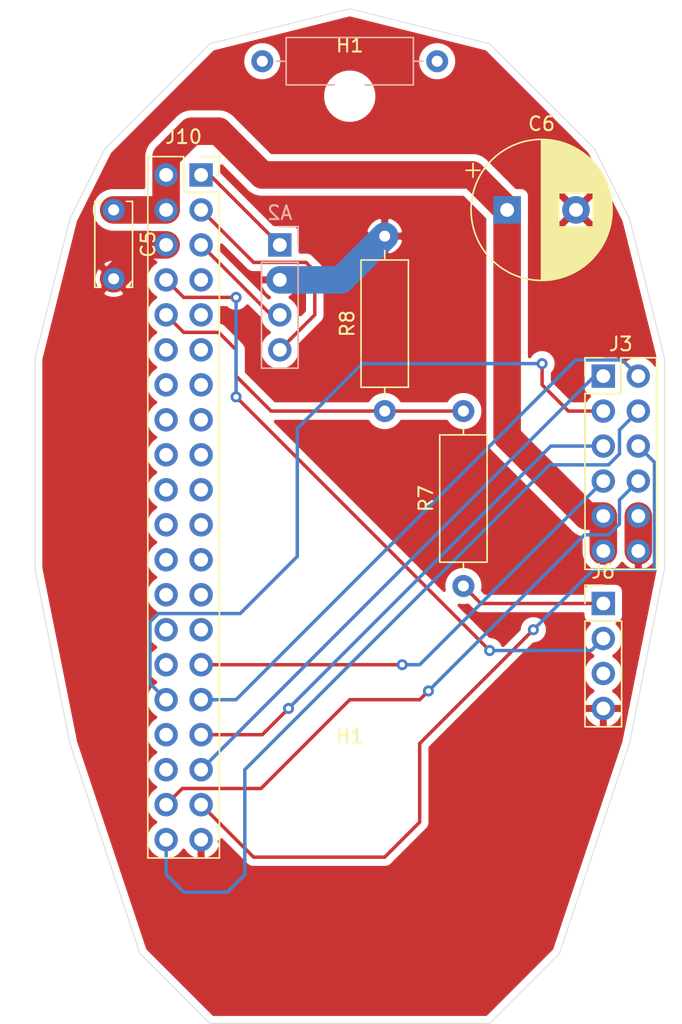
<source format=kicad_pcb>
(kicad_pcb (version 20171130) (host pcbnew "(5.1.12)-1")

  (general
    (thickness 1.6)
    (drawings 45)
    (tracks 106)
    (zones 0)
    (modules 11)
    (nets 43)
  )

  (page A4)
  (layers
    (0 F.Cu signal)
    (31 B.Cu signal)
    (32 B.Adhes user)
    (33 F.Adhes user)
    (34 B.Paste user)
    (35 F.Paste user)
    (36 B.SilkS user)
    (37 F.SilkS user)
    (38 B.Mask user)
    (39 F.Mask user)
    (40 Dwgs.User user)
    (41 Cmts.User user)
    (42 Eco1.User user)
    (43 Eco2.User user)
    (44 Edge.Cuts user)
    (45 Margin user)
    (46 B.CrtYd user)
    (47 F.CrtYd user)
    (48 B.Fab user)
    (49 F.Fab user)
  )

  (setup
    (last_trace_width 0.25)
    (trace_clearance 0.2)
    (zone_clearance 0.508)
    (zone_45_only no)
    (trace_min 0.2)
    (via_size 0.8)
    (via_drill 0.4)
    (via_min_size 0.4)
    (via_min_drill 0.3)
    (uvia_size 0.3)
    (uvia_drill 0.1)
    (uvias_allowed no)
    (uvia_min_size 0.2)
    (uvia_min_drill 0.1)
    (edge_width 0.05)
    (segment_width 0.2)
    (pcb_text_width 0.3)
    (pcb_text_size 1.5 1.5)
    (mod_edge_width 0.12)
    (mod_text_size 1 1)
    (mod_text_width 0.15)
    (pad_size 1.524 1.524)
    (pad_drill 0.762)
    (pad_to_mask_clearance 0)
    (aux_axis_origin 0 0)
    (visible_elements 7FFFFFFF)
    (pcbplotparams
      (layerselection 0x010fc_ffffffff)
      (usegerberextensions false)
      (usegerberattributes true)
      (usegerberadvancedattributes true)
      (creategerberjobfile true)
      (excludeedgelayer true)
      (linewidth 0.100000)
      (plotframeref false)
      (viasonmask false)
      (mode 1)
      (useauxorigin false)
      (hpglpennumber 1)
      (hpglpenspeed 20)
      (hpglpendiameter 15.000000)
      (psnegative false)
      (psa4output false)
      (plotreference true)
      (plotvalue true)
      (plotinvisibletext false)
      (padsonsilk false)
      (subtractmaskfromsilk false)
      (outputformat 1)
      (mirror false)
      (drillshape 0)
      (scaleselection 1)
      (outputdirectory "pypilot-dome/"))
  )

  (net 0 "")
  (net 1 GND)
  (net 2 +5V)
  (net 3 "Net-(A2-Pad4)")
  (net 4 "Net-(A2-Pad3)")
  (net 5 "Net-(A2-Pad1)")
  (net 6 "Net-(A3-Pad2)")
  (net 7 "Net-(A3-Pad1)")
  (net 8 Buzzer)
  (net 9 -1)
  (net 10 AUTO)
  (net 11 +1)
  (net 12 StandBy)
  (net 13 +10)
  (net 14 -10)
  (net 15 LED)
  (net 16 "Net-(J6-Pad3)")
  (net 17 "Net-(J10-Pad36)")
  (net 18 "Net-(J10-Pad34)")
  (net 19 "Net-(J10-Pad30)")
  (net 20 "Net-(J10-Pad28)")
  (net 21 "Net-(J10-Pad27)")
  (net 22 "Net-(J10-Pad26)")
  (net 23 "Net-(J10-Pad25)")
  (net 24 "Net-(J10-Pad24)")
  (net 25 "Net-(J10-Pad23)")
  (net 26 "Net-(J10-Pad22)")
  (net 27 "Net-(J10-Pad21)")
  (net 28 "Net-(J10-Pad20)")
  (net 29 "Net-(J10-Pad19)")
  (net 30 "Net-(J10-Pad18)")
  (net 31 "Net-(J10-Pad17)")
  (net 32 "Net-(J10-Pad16)")
  (net 33 "Net-(J10-Pad15)")
  (net 34 "Net-(J10-Pad14)")
  (net 35 "Net-(J10-Pad13)")
  (net 36 "Net-(J10-Pad12)")
  (net 37 "Net-(J10-Pad11)")
  (net 38 "Net-(J10-Pad10)")
  (net 39 "Net-(J10-Pad9)")
  (net 40 "Net-(J10-Pad7)")
  (net 41 /MOTORB)
  (net 42 "Net-(D2-Pad1)")

  (net_class Default "This is the default net class."
    (clearance 0.2)
    (trace_width 0.25)
    (via_dia 0.8)
    (via_drill 0.4)
    (uvia_dia 0.3)
    (uvia_drill 0.1)
    (add_net +1)
    (add_net +10)
    (add_net -1)
    (add_net -10)
    (add_net /MOTORB)
    (add_net AUTO)
    (add_net Buzzer)
    (add_net LED)
    (add_net "Net-(A2-Pad1)")
    (add_net "Net-(A2-Pad3)")
    (add_net "Net-(A2-Pad4)")
    (add_net "Net-(A3-Pad1)")
    (add_net "Net-(A3-Pad2)")
    (add_net "Net-(D2-Pad1)")
    (add_net "Net-(J10-Pad10)")
    (add_net "Net-(J10-Pad11)")
    (add_net "Net-(J10-Pad12)")
    (add_net "Net-(J10-Pad13)")
    (add_net "Net-(J10-Pad14)")
    (add_net "Net-(J10-Pad15)")
    (add_net "Net-(J10-Pad16)")
    (add_net "Net-(J10-Pad17)")
    (add_net "Net-(J10-Pad18)")
    (add_net "Net-(J10-Pad19)")
    (add_net "Net-(J10-Pad20)")
    (add_net "Net-(J10-Pad21)")
    (add_net "Net-(J10-Pad22)")
    (add_net "Net-(J10-Pad23)")
    (add_net "Net-(J10-Pad24)")
    (add_net "Net-(J10-Pad25)")
    (add_net "Net-(J10-Pad26)")
    (add_net "Net-(J10-Pad27)")
    (add_net "Net-(J10-Pad28)")
    (add_net "Net-(J10-Pad30)")
    (add_net "Net-(J10-Pad34)")
    (add_net "Net-(J10-Pad36)")
    (add_net "Net-(J10-Pad7)")
    (add_net "Net-(J10-Pad9)")
    (add_net "Net-(J6-Pad3)")
    (add_net StandBy)
  )

  (net_class power ""
    (clearance 0.2)
    (trace_width 2)
    (via_dia 0.8)
    (via_drill 0.4)
    (uvia_dia 0.3)
    (uvia_drill 0.1)
    (add_net +5V)
    (add_net GND)
  )

  (module Resistor_THT:R_Axial_DIN0309_L9.0mm_D3.2mm_P12.70mm_Horizontal (layer F.Cu) (tedit 5AE5139B) (tstamp 6297CC94)
    (at 104.14 41.91 90)
    (descr "Resistor, Axial_DIN0309 series, Axial, Horizontal, pin pitch=12.7mm, 0.5W = 1/2W, length*diameter=9*3.2mm^2, http://cdn-reichelt.de/documents/datenblatt/B400/1_4W%23YAG.pdf")
    (tags "Resistor Axial_DIN0309 series Axial Horizontal pin pitch 12.7mm 0.5W = 1/2W length 9mm diameter 3.2mm")
    (path /62984756)
    (fp_text reference R8 (at 6.35 -2.72 90) (layer F.SilkS)
      (effects (font (size 1 1) (thickness 0.15)))
    )
    (fp_text value R (at 6.35 2.72 90) (layer F.Fab)
      (effects (font (size 1 1) (thickness 0.15)))
    )
    (fp_line (start 1.85 -1.6) (end 1.85 1.6) (layer F.Fab) (width 0.1))
    (fp_line (start 1.85 1.6) (end 10.85 1.6) (layer F.Fab) (width 0.1))
    (fp_line (start 10.85 1.6) (end 10.85 -1.6) (layer F.Fab) (width 0.1))
    (fp_line (start 10.85 -1.6) (end 1.85 -1.6) (layer F.Fab) (width 0.1))
    (fp_line (start 0 0) (end 1.85 0) (layer F.Fab) (width 0.1))
    (fp_line (start 12.7 0) (end 10.85 0) (layer F.Fab) (width 0.1))
    (fp_line (start 1.73 -1.72) (end 1.73 1.72) (layer F.SilkS) (width 0.12))
    (fp_line (start 1.73 1.72) (end 10.97 1.72) (layer F.SilkS) (width 0.12))
    (fp_line (start 10.97 1.72) (end 10.97 -1.72) (layer F.SilkS) (width 0.12))
    (fp_line (start 10.97 -1.72) (end 1.73 -1.72) (layer F.SilkS) (width 0.12))
    (fp_line (start 1.04 0) (end 1.73 0) (layer F.SilkS) (width 0.12))
    (fp_line (start 11.66 0) (end 10.97 0) (layer F.SilkS) (width 0.12))
    (fp_line (start -1.05 -1.85) (end -1.05 1.85) (layer F.CrtYd) (width 0.05))
    (fp_line (start -1.05 1.85) (end 13.75 1.85) (layer F.CrtYd) (width 0.05))
    (fp_line (start 13.75 1.85) (end 13.75 -1.85) (layer F.CrtYd) (width 0.05))
    (fp_line (start 13.75 -1.85) (end -1.05 -1.85) (layer F.CrtYd) (width 0.05))
    (fp_text user %R (at 6.35 0 90) (layer F.Fab)
      (effects (font (size 1 1) (thickness 0.15)))
    )
    (pad 2 thru_hole oval (at 12.7 0 90) (size 1.6 1.6) (drill 0.8) (layers *.Cu *.Mask)
      (net 1 GND))
    (pad 1 thru_hole circle (at 0 0 90) (size 1.6 1.6) (drill 0.8) (layers *.Cu *.Mask)
      (net 38 "Net-(J10-Pad10)"))
    (model ${KISYS3DMOD}/Resistor_THT.3dshapes/R_Axial_DIN0309_L9.0mm_D3.2mm_P12.70mm_Horizontal.wrl
      (at (xyz 0 0 0))
      (scale (xyz 1 1 1))
      (rotate (xyz 0 0 0))
    )
  )

  (module Resistor_THT:R_Axial_DIN0309_L9.0mm_D3.2mm_P12.70mm_Horizontal (layer F.Cu) (tedit 5AE5139B) (tstamp 6297CC7D)
    (at 109.855 54.61 90)
    (descr "Resistor, Axial_DIN0309 series, Axial, Horizontal, pin pitch=12.7mm, 0.5W = 1/2W, length*diameter=9*3.2mm^2, http://cdn-reichelt.de/documents/datenblatt/B400/1_4W%23YAG.pdf")
    (tags "Resistor Axial_DIN0309 series Axial Horizontal pin pitch 12.7mm 0.5W = 1/2W length 9mm diameter 3.2mm")
    (path /629842BD)
    (fp_text reference R7 (at 6.35 -2.72 90) (layer F.SilkS)
      (effects (font (size 1 1) (thickness 0.15)))
    )
    (fp_text value R (at 6.35 2.72 90) (layer F.Fab)
      (effects (font (size 1 1) (thickness 0.15)))
    )
    (fp_line (start 1.85 -1.6) (end 1.85 1.6) (layer F.Fab) (width 0.1))
    (fp_line (start 1.85 1.6) (end 10.85 1.6) (layer F.Fab) (width 0.1))
    (fp_line (start 10.85 1.6) (end 10.85 -1.6) (layer F.Fab) (width 0.1))
    (fp_line (start 10.85 -1.6) (end 1.85 -1.6) (layer F.Fab) (width 0.1))
    (fp_line (start 0 0) (end 1.85 0) (layer F.Fab) (width 0.1))
    (fp_line (start 12.7 0) (end 10.85 0) (layer F.Fab) (width 0.1))
    (fp_line (start 1.73 -1.72) (end 1.73 1.72) (layer F.SilkS) (width 0.12))
    (fp_line (start 1.73 1.72) (end 10.97 1.72) (layer F.SilkS) (width 0.12))
    (fp_line (start 10.97 1.72) (end 10.97 -1.72) (layer F.SilkS) (width 0.12))
    (fp_line (start 10.97 -1.72) (end 1.73 -1.72) (layer F.SilkS) (width 0.12))
    (fp_line (start 1.04 0) (end 1.73 0) (layer F.SilkS) (width 0.12))
    (fp_line (start 11.66 0) (end 10.97 0) (layer F.SilkS) (width 0.12))
    (fp_line (start -1.05 -1.85) (end -1.05 1.85) (layer F.CrtYd) (width 0.05))
    (fp_line (start -1.05 1.85) (end 13.75 1.85) (layer F.CrtYd) (width 0.05))
    (fp_line (start 13.75 1.85) (end 13.75 -1.85) (layer F.CrtYd) (width 0.05))
    (fp_line (start 13.75 -1.85) (end -1.05 -1.85) (layer F.CrtYd) (width 0.05))
    (fp_text user %R (at 6.35 0 90) (layer F.Fab)
      (effects (font (size 1 1) (thickness 0.15)))
    )
    (pad 2 thru_hole oval (at 12.7 0 90) (size 1.6 1.6) (drill 0.8) (layers *.Cu *.Mask)
      (net 38 "Net-(J10-Pad10)"))
    (pad 1 thru_hole circle (at 0 0 90) (size 1.6 1.6) (drill 0.8) (layers *.Cu *.Mask)
      (net 7 "Net-(A3-Pad1)"))
    (model ${KISYS3DMOD}/Resistor_THT.3dshapes/R_Axial_DIN0309_L9.0mm_D3.2mm_P12.70mm_Horizontal.wrl
      (at (xyz 0 0 0))
      (scale (xyz 1 1 1))
      (rotate (xyz 0 0 0))
    )
  )

  (module Connector_PinSocket_2.54mm:PinSocket_2x20_P2.54mm_Vertical (layer F.Cu) (tedit 5A19A433) (tstamp 6297CBB8)
    (at 90.805 24.765)
    (descr "Through hole straight socket strip, 2x20, 2.54mm pitch, double cols (from Kicad 4.0.7), script generated")
    (tags "Through hole socket strip THT 2x20 2.54mm double row")
    (path /62939B71)
    (fp_text reference J10 (at -1.27 -2.77) (layer F.SilkS)
      (effects (font (size 1 1) (thickness 0.15)))
    )
    (fp_text value "PiZero W" (at -1.27 51.03) (layer F.Fab)
      (effects (font (size 1 1) (thickness 0.15)))
    )
    (fp_line (start -3.81 -1.27) (end 0.27 -1.27) (layer F.Fab) (width 0.1))
    (fp_line (start 0.27 -1.27) (end 1.27 -0.27) (layer F.Fab) (width 0.1))
    (fp_line (start 1.27 -0.27) (end 1.27 49.53) (layer F.Fab) (width 0.1))
    (fp_line (start 1.27 49.53) (end -3.81 49.53) (layer F.Fab) (width 0.1))
    (fp_line (start -3.81 49.53) (end -3.81 -1.27) (layer F.Fab) (width 0.1))
    (fp_line (start -3.87 -1.33) (end -1.27 -1.33) (layer F.SilkS) (width 0.12))
    (fp_line (start -3.87 -1.33) (end -3.87 49.59) (layer F.SilkS) (width 0.12))
    (fp_line (start -3.87 49.59) (end 1.33 49.59) (layer F.SilkS) (width 0.12))
    (fp_line (start 1.33 1.27) (end 1.33 49.59) (layer F.SilkS) (width 0.12))
    (fp_line (start -1.27 1.27) (end 1.33 1.27) (layer F.SilkS) (width 0.12))
    (fp_line (start -1.27 -1.33) (end -1.27 1.27) (layer F.SilkS) (width 0.12))
    (fp_line (start 1.33 -1.33) (end 1.33 0) (layer F.SilkS) (width 0.12))
    (fp_line (start 0 -1.33) (end 1.33 -1.33) (layer F.SilkS) (width 0.12))
    (fp_line (start -4.34 -1.8) (end 1.76 -1.8) (layer F.CrtYd) (width 0.05))
    (fp_line (start 1.76 -1.8) (end 1.76 50) (layer F.CrtYd) (width 0.05))
    (fp_line (start 1.76 50) (end -4.34 50) (layer F.CrtYd) (width 0.05))
    (fp_line (start -4.34 50) (end -4.34 -1.8) (layer F.CrtYd) (width 0.05))
    (fp_text user %R (at -1.27 24.13 90) (layer F.Fab)
      (effects (font (size 1 1) (thickness 0.15)))
    )
    (pad 40 thru_hole oval (at -2.54 48.26) (size 1.7 1.7) (drill 1) (layers *.Cu *.Mask)
      (net 12 StandBy))
    (pad 39 thru_hole oval (at 0 48.26) (size 1.7 1.7) (drill 1) (layers *.Cu *.Mask)
      (net 1 GND))
    (pad 38 thru_hole oval (at -2.54 45.72) (size 1.7 1.7) (drill 1) (layers *.Cu *.Mask)
      (net 8 Buzzer))
    (pad 37 thru_hole oval (at 0 45.72) (size 1.7 1.7) (drill 1) (layers *.Cu *.Mask)
      (net 10 AUTO))
    (pad 36 thru_hole oval (at -2.54 43.18) (size 1.7 1.7) (drill 1) (layers *.Cu *.Mask)
      (net 17 "Net-(J10-Pad36)"))
    (pad 35 thru_hole oval (at 0 43.18) (size 1.7 1.7) (drill 1) (layers *.Cu *.Mask)
      (net 15 LED))
    (pad 34 thru_hole oval (at -2.54 40.64) (size 1.7 1.7) (drill 1) (layers *.Cu *.Mask)
      (net 18 "Net-(J10-Pad34)"))
    (pad 33 thru_hole oval (at 0 40.64) (size 1.7 1.7) (drill 1) (layers *.Cu *.Mask)
      (net 11 +1))
    (pad 32 thru_hole oval (at -2.54 38.1) (size 1.7 1.7) (drill 1) (layers *.Cu *.Mask)
      (net 13 +10))
    (pad 31 thru_hole oval (at 0 38.1) (size 1.7 1.7) (drill 1) (layers *.Cu *.Mask)
      (net 14 -10))
    (pad 30 thru_hole oval (at -2.54 35.56) (size 1.7 1.7) (drill 1) (layers *.Cu *.Mask)
      (net 19 "Net-(J10-Pad30)"))
    (pad 29 thru_hole oval (at 0 35.56) (size 1.7 1.7) (drill 1) (layers *.Cu *.Mask)
      (net 9 -1))
    (pad 28 thru_hole oval (at -2.54 33.02) (size 1.7 1.7) (drill 1) (layers *.Cu *.Mask)
      (net 20 "Net-(J10-Pad28)"))
    (pad 27 thru_hole oval (at 0 33.02) (size 1.7 1.7) (drill 1) (layers *.Cu *.Mask)
      (net 21 "Net-(J10-Pad27)"))
    (pad 26 thru_hole oval (at -2.54 30.48) (size 1.7 1.7) (drill 1) (layers *.Cu *.Mask)
      (net 22 "Net-(J10-Pad26)"))
    (pad 25 thru_hole oval (at 0 30.48) (size 1.7 1.7) (drill 1) (layers *.Cu *.Mask)
      (net 23 "Net-(J10-Pad25)"))
    (pad 24 thru_hole oval (at -2.54 27.94) (size 1.7 1.7) (drill 1) (layers *.Cu *.Mask)
      (net 24 "Net-(J10-Pad24)"))
    (pad 23 thru_hole oval (at 0 27.94) (size 1.7 1.7) (drill 1) (layers *.Cu *.Mask)
      (net 25 "Net-(J10-Pad23)"))
    (pad 22 thru_hole oval (at -2.54 25.4) (size 1.7 1.7) (drill 1) (layers *.Cu *.Mask)
      (net 26 "Net-(J10-Pad22)"))
    (pad 21 thru_hole oval (at 0 25.4) (size 1.7 1.7) (drill 1) (layers *.Cu *.Mask)
      (net 27 "Net-(J10-Pad21)"))
    (pad 20 thru_hole oval (at -2.54 22.86) (size 1.7 1.7) (drill 1) (layers *.Cu *.Mask)
      (net 28 "Net-(J10-Pad20)"))
    (pad 19 thru_hole oval (at 0 22.86) (size 1.7 1.7) (drill 1) (layers *.Cu *.Mask)
      (net 29 "Net-(J10-Pad19)"))
    (pad 18 thru_hole oval (at -2.54 20.32) (size 1.7 1.7) (drill 1) (layers *.Cu *.Mask)
      (net 30 "Net-(J10-Pad18)"))
    (pad 17 thru_hole oval (at 0 20.32) (size 1.7 1.7) (drill 1) (layers *.Cu *.Mask)
      (net 31 "Net-(J10-Pad17)"))
    (pad 16 thru_hole oval (at -2.54 17.78) (size 1.7 1.7) (drill 1) (layers *.Cu *.Mask)
      (net 32 "Net-(J10-Pad16)"))
    (pad 15 thru_hole oval (at 0 17.78) (size 1.7 1.7) (drill 1) (layers *.Cu *.Mask)
      (net 33 "Net-(J10-Pad15)"))
    (pad 14 thru_hole oval (at -2.54 15.24) (size 1.7 1.7) (drill 1) (layers *.Cu *.Mask)
      (net 34 "Net-(J10-Pad14)"))
    (pad 13 thru_hole oval (at 0 15.24) (size 1.7 1.7) (drill 1) (layers *.Cu *.Mask)
      (net 35 "Net-(J10-Pad13)"))
    (pad 12 thru_hole oval (at -2.54 12.7) (size 1.7 1.7) (drill 1) (layers *.Cu *.Mask)
      (net 36 "Net-(J10-Pad12)"))
    (pad 11 thru_hole oval (at 0 12.7) (size 1.7 1.7) (drill 1) (layers *.Cu *.Mask)
      (net 37 "Net-(J10-Pad11)"))
    (pad 10 thru_hole oval (at -2.54 10.16) (size 1.7 1.7) (drill 1) (layers *.Cu *.Mask)
      (net 38 "Net-(J10-Pad10)"))
    (pad 9 thru_hole oval (at 0 10.16) (size 1.7 1.7) (drill 1) (layers *.Cu *.Mask)
      (net 39 "Net-(J10-Pad9)"))
    (pad 8 thru_hole oval (at -2.54 7.62) (size 1.7 1.7) (drill 1) (layers *.Cu *.Mask)
      (net 6 "Net-(A3-Pad2)"))
    (pad 7 thru_hole oval (at 0 7.62) (size 1.7 1.7) (drill 1) (layers *.Cu *.Mask)
      (net 40 "Net-(J10-Pad7)"))
    (pad 6 thru_hole oval (at -2.54 5.08) (size 1.7 1.7) (drill 1) (layers *.Cu *.Mask)
      (net 1 GND))
    (pad 5 thru_hole oval (at 0 5.08) (size 1.7 1.7) (drill 1) (layers *.Cu *.Mask)
      (net 4 "Net-(A2-Pad3)"))
    (pad 4 thru_hole oval (at -2.54 2.54) (size 1.7 1.7) (drill 1) (layers *.Cu *.Mask)
      (net 2 +5V))
    (pad 3 thru_hole oval (at 0 2.54) (size 1.7 1.7) (drill 1) (layers *.Cu *.Mask)
      (net 3 "Net-(A2-Pad4)"))
    (pad 2 thru_hole oval (at -2.54 0) (size 1.7 1.7) (drill 1) (layers *.Cu *.Mask)
      (net 2 +5V))
    (pad 1 thru_hole rect (at 0 0) (size 1.7 1.7) (drill 1) (layers *.Cu *.Mask)
      (net 5 "Net-(A2-Pad1)"))
    (model ${KISYS3DMOD}/Connector_PinSocket_2.54mm.3dshapes/PinSocket_2x20_P2.54mm_Vertical.wrl
      (at (xyz 0 0 0))
      (scale (xyz 1 1 1))
      (rotate (xyz 0 0 0))
    )
  )

  (module Connector_PinHeader_2.54mm:PinHeader_1x04_P2.54mm_Vertical (layer F.Cu) (tedit 59FED5CC) (tstamp 6297CB44)
    (at 120.015 55.88)
    (descr "Through hole straight pin header, 1x04, 2.54mm pitch, single row")
    (tags "Through hole pin header THT 1x04 2.54mm single row")
    (path /6298DB35)
    (fp_text reference J6 (at 0 -2.33) (layer F.SilkS)
      (effects (font (size 1 1) (thickness 0.15)))
    )
    (fp_text value 1x4 (at 0 9.95) (layer F.Fab)
      (effects (font (size 1 1) (thickness 0.15)))
    )
    (fp_line (start -0.635 -1.27) (end 1.27 -1.27) (layer F.Fab) (width 0.1))
    (fp_line (start 1.27 -1.27) (end 1.27 8.89) (layer F.Fab) (width 0.1))
    (fp_line (start 1.27 8.89) (end -1.27 8.89) (layer F.Fab) (width 0.1))
    (fp_line (start -1.27 8.89) (end -1.27 -0.635) (layer F.Fab) (width 0.1))
    (fp_line (start -1.27 -0.635) (end -0.635 -1.27) (layer F.Fab) (width 0.1))
    (fp_line (start -1.33 8.95) (end 1.33 8.95) (layer F.SilkS) (width 0.12))
    (fp_line (start -1.33 1.27) (end -1.33 8.95) (layer F.SilkS) (width 0.12))
    (fp_line (start 1.33 1.27) (end 1.33 8.95) (layer F.SilkS) (width 0.12))
    (fp_line (start -1.33 1.27) (end 1.33 1.27) (layer F.SilkS) (width 0.12))
    (fp_line (start -1.33 0) (end -1.33 -1.33) (layer F.SilkS) (width 0.12))
    (fp_line (start -1.33 -1.33) (end 0 -1.33) (layer F.SilkS) (width 0.12))
    (fp_line (start -1.8 -1.8) (end -1.8 9.4) (layer F.CrtYd) (width 0.05))
    (fp_line (start -1.8 9.4) (end 1.8 9.4) (layer F.CrtYd) (width 0.05))
    (fp_line (start 1.8 9.4) (end 1.8 -1.8) (layer F.CrtYd) (width 0.05))
    (fp_line (start 1.8 -1.8) (end -1.8 -1.8) (layer F.CrtYd) (width 0.05))
    (fp_text user %R (at 0 3.81 90) (layer F.Fab)
      (effects (font (size 1 1) (thickness 0.15)))
    )
    (pad 4 thru_hole oval (at 0 7.62) (size 1.7 1.7) (drill 1) (layers *.Cu *.Mask)
      (net 1 GND))
    (pad 3 thru_hole oval (at 0 5.08) (size 1.7 1.7) (drill 1) (layers *.Cu *.Mask)
      (net 16 "Net-(J6-Pad3)"))
    (pad 2 thru_hole oval (at 0 2.54) (size 1.7 1.7) (drill 1) (layers *.Cu *.Mask)
      (net 6 "Net-(A3-Pad2)"))
    (pad 1 thru_hole rect (at 0 0) (size 1.7 1.7) (drill 1) (layers *.Cu *.Mask)
      (net 7 "Net-(A3-Pad1)"))
    (model ${KISYS3DMOD}/Connector_PinHeader_2.54mm.3dshapes/PinHeader_1x04_P2.54mm_Vertical.wrl
      (at (xyz 0 0 0))
      (scale (xyz 1 1 1))
      (rotate (xyz 0 0 0))
    )
  )

  (module Connector_PinHeader_2.54mm:PinHeader_2x06_P2.54mm_Vertical (layer F.Cu) (tedit 59FED5CC) (tstamp 6297DD72)
    (at 120.015 39.37)
    (descr "Through hole straight pin header, 2x06, 2.54mm pitch, double rows")
    (tags "Through hole pin header THT 2x06 2.54mm double row")
    (path /629B1B10)
    (fp_text reference J3 (at 1.27 -2.33) (layer F.SilkS)
      (effects (font (size 1 1) (thickness 0.15)))
    )
    (fp_text value 2x6 (at 1.27 15.03) (layer F.Fab)
      (effects (font (size 1 1) (thickness 0.15)))
    )
    (fp_line (start 0 -1.27) (end 3.81 -1.27) (layer F.Fab) (width 0.1))
    (fp_line (start 3.81 -1.27) (end 3.81 13.97) (layer F.Fab) (width 0.1))
    (fp_line (start 3.81 13.97) (end -1.27 13.97) (layer F.Fab) (width 0.1))
    (fp_line (start -1.27 13.97) (end -1.27 0) (layer F.Fab) (width 0.1))
    (fp_line (start -1.27 0) (end 0 -1.27) (layer F.Fab) (width 0.1))
    (fp_line (start -1.33 14.03) (end 3.87 14.03) (layer F.SilkS) (width 0.12))
    (fp_line (start -1.33 1.27) (end -1.33 14.03) (layer F.SilkS) (width 0.12))
    (fp_line (start 3.87 -1.33) (end 3.87 14.03) (layer F.SilkS) (width 0.12))
    (fp_line (start -1.33 1.27) (end 1.27 1.27) (layer F.SilkS) (width 0.12))
    (fp_line (start 1.27 1.27) (end 1.27 -1.33) (layer F.SilkS) (width 0.12))
    (fp_line (start 1.27 -1.33) (end 3.87 -1.33) (layer F.SilkS) (width 0.12))
    (fp_line (start -1.33 0) (end -1.33 -1.33) (layer F.SilkS) (width 0.12))
    (fp_line (start -1.33 -1.33) (end 0 -1.33) (layer F.SilkS) (width 0.12))
    (fp_line (start -1.8 -1.8) (end -1.8 14.5) (layer F.CrtYd) (width 0.05))
    (fp_line (start -1.8 14.5) (end 4.35 14.5) (layer F.CrtYd) (width 0.05))
    (fp_line (start 4.35 14.5) (end 4.35 -1.8) (layer F.CrtYd) (width 0.05))
    (fp_line (start 4.35 -1.8) (end -1.8 -1.8) (layer F.CrtYd) (width 0.05))
    (fp_text user %R (at 1.27 6.35 90) (layer F.Fab)
      (effects (font (size 1 1) (thickness 0.15)))
    )
    (pad 12 thru_hole oval (at 2.54 12.7) (size 1.7 1.7) (drill 1) (layers *.Cu *.Mask)
      (net 1 GND))
    (pad 11 thru_hole oval (at 0 12.7) (size 1.7 1.7) (drill 1) (layers *.Cu *.Mask)
      (net 2 +5V))
    (pad 10 thru_hole oval (at 2.54 10.16) (size 1.7 1.7) (drill 1) (layers *.Cu *.Mask)
      (net 1 GND))
    (pad 9 thru_hole oval (at 0 10.16) (size 1.7 1.7) (drill 1) (layers *.Cu *.Mask)
      (net 2 +5V))
    (pad 8 thru_hole oval (at 2.54 7.62) (size 1.7 1.7) (drill 1) (layers *.Cu *.Mask)
      (net 8 Buzzer))
    (pad 7 thru_hole oval (at 0 7.62) (size 1.7 1.7) (drill 1) (layers *.Cu *.Mask)
      (net 9 -1))
    (pad 6 thru_hole oval (at 2.54 5.08) (size 1.7 1.7) (drill 1) (layers *.Cu *.Mask)
      (net 10 AUTO))
    (pad 5 thru_hole oval (at 0 5.08) (size 1.7 1.7) (drill 1) (layers *.Cu *.Mask)
      (net 11 +1))
    (pad 4 thru_hole oval (at 2.54 2.54) (size 1.7 1.7) (drill 1) (layers *.Cu *.Mask)
      (net 12 StandBy))
    (pad 3 thru_hole oval (at 0 2.54) (size 1.7 1.7) (drill 1) (layers *.Cu *.Mask)
      (net 13 +10))
    (pad 2 thru_hole oval (at 2.54 0) (size 1.7 1.7) (drill 1) (layers *.Cu *.Mask)
      (net 14 -10))
    (pad 1 thru_hole rect (at 0 0) (size 1.7 1.7) (drill 1) (layers *.Cu *.Mask)
      (net 15 LED))
    (model ${KISYS3DMOD}/Connector_PinHeader_2.54mm.3dshapes/PinHeader_2x06_P2.54mm_Vertical.wrl
      (at (xyz 0 0 0))
      (scale (xyz 1 1 1))
      (rotate (xyz 0 0 0))
    )
  )

  (module Capacitor_THT:CP_Radial_D10.0mm_P5.00mm (layer F.Cu) (tedit 5AE50EF1) (tstamp 6297C916)
    (at 113.03 27.305)
    (descr "CP, Radial series, Radial, pin pitch=5.00mm, , diameter=10mm, Electrolytic Capacitor")
    (tags "CP Radial series Radial pin pitch 5.00mm  diameter 10mm Electrolytic Capacitor")
    (path /629921FB)
    (fp_text reference C6 (at 2.5 -6.25) (layer F.SilkS)
      (effects (font (size 1 1) (thickness 0.15)))
    )
    (fp_text value 10uF (at 2.5 6.25) (layer F.Fab)
      (effects (font (size 1 1) (thickness 0.15)))
    )
    (fp_circle (center 2.5 0) (end 7.5 0) (layer F.Fab) (width 0.1))
    (fp_circle (center 2.5 0) (end 7.62 0) (layer F.SilkS) (width 0.12))
    (fp_circle (center 2.5 0) (end 7.75 0) (layer F.CrtYd) (width 0.05))
    (fp_line (start -1.788861 -2.1875) (end -0.788861 -2.1875) (layer F.Fab) (width 0.1))
    (fp_line (start -1.288861 -2.6875) (end -1.288861 -1.6875) (layer F.Fab) (width 0.1))
    (fp_line (start 2.5 -5.08) (end 2.5 5.08) (layer F.SilkS) (width 0.12))
    (fp_line (start 2.54 -5.08) (end 2.54 5.08) (layer F.SilkS) (width 0.12))
    (fp_line (start 2.58 -5.08) (end 2.58 5.08) (layer F.SilkS) (width 0.12))
    (fp_line (start 2.62 -5.079) (end 2.62 5.079) (layer F.SilkS) (width 0.12))
    (fp_line (start 2.66 -5.078) (end 2.66 5.078) (layer F.SilkS) (width 0.12))
    (fp_line (start 2.7 -5.077) (end 2.7 5.077) (layer F.SilkS) (width 0.12))
    (fp_line (start 2.74 -5.075) (end 2.74 5.075) (layer F.SilkS) (width 0.12))
    (fp_line (start 2.78 -5.073) (end 2.78 5.073) (layer F.SilkS) (width 0.12))
    (fp_line (start 2.82 -5.07) (end 2.82 5.07) (layer F.SilkS) (width 0.12))
    (fp_line (start 2.86 -5.068) (end 2.86 5.068) (layer F.SilkS) (width 0.12))
    (fp_line (start 2.9 -5.065) (end 2.9 5.065) (layer F.SilkS) (width 0.12))
    (fp_line (start 2.94 -5.062) (end 2.94 5.062) (layer F.SilkS) (width 0.12))
    (fp_line (start 2.98 -5.058) (end 2.98 5.058) (layer F.SilkS) (width 0.12))
    (fp_line (start 3.02 -5.054) (end 3.02 5.054) (layer F.SilkS) (width 0.12))
    (fp_line (start 3.06 -5.05) (end 3.06 5.05) (layer F.SilkS) (width 0.12))
    (fp_line (start 3.1 -5.045) (end 3.1 5.045) (layer F.SilkS) (width 0.12))
    (fp_line (start 3.14 -5.04) (end 3.14 5.04) (layer F.SilkS) (width 0.12))
    (fp_line (start 3.18 -5.035) (end 3.18 5.035) (layer F.SilkS) (width 0.12))
    (fp_line (start 3.221 -5.03) (end 3.221 5.03) (layer F.SilkS) (width 0.12))
    (fp_line (start 3.261 -5.024) (end 3.261 5.024) (layer F.SilkS) (width 0.12))
    (fp_line (start 3.301 -5.018) (end 3.301 5.018) (layer F.SilkS) (width 0.12))
    (fp_line (start 3.341 -5.011) (end 3.341 5.011) (layer F.SilkS) (width 0.12))
    (fp_line (start 3.381 -5.004) (end 3.381 5.004) (layer F.SilkS) (width 0.12))
    (fp_line (start 3.421 -4.997) (end 3.421 4.997) (layer F.SilkS) (width 0.12))
    (fp_line (start 3.461 -4.99) (end 3.461 4.99) (layer F.SilkS) (width 0.12))
    (fp_line (start 3.501 -4.982) (end 3.501 4.982) (layer F.SilkS) (width 0.12))
    (fp_line (start 3.541 -4.974) (end 3.541 4.974) (layer F.SilkS) (width 0.12))
    (fp_line (start 3.581 -4.965) (end 3.581 4.965) (layer F.SilkS) (width 0.12))
    (fp_line (start 3.621 -4.956) (end 3.621 4.956) (layer F.SilkS) (width 0.12))
    (fp_line (start 3.661 -4.947) (end 3.661 4.947) (layer F.SilkS) (width 0.12))
    (fp_line (start 3.701 -4.938) (end 3.701 4.938) (layer F.SilkS) (width 0.12))
    (fp_line (start 3.741 -4.928) (end 3.741 4.928) (layer F.SilkS) (width 0.12))
    (fp_line (start 3.781 -4.918) (end 3.781 -1.241) (layer F.SilkS) (width 0.12))
    (fp_line (start 3.781 1.241) (end 3.781 4.918) (layer F.SilkS) (width 0.12))
    (fp_line (start 3.821 -4.907) (end 3.821 -1.241) (layer F.SilkS) (width 0.12))
    (fp_line (start 3.821 1.241) (end 3.821 4.907) (layer F.SilkS) (width 0.12))
    (fp_line (start 3.861 -4.897) (end 3.861 -1.241) (layer F.SilkS) (width 0.12))
    (fp_line (start 3.861 1.241) (end 3.861 4.897) (layer F.SilkS) (width 0.12))
    (fp_line (start 3.901 -4.885) (end 3.901 -1.241) (layer F.SilkS) (width 0.12))
    (fp_line (start 3.901 1.241) (end 3.901 4.885) (layer F.SilkS) (width 0.12))
    (fp_line (start 3.941 -4.874) (end 3.941 -1.241) (layer F.SilkS) (width 0.12))
    (fp_line (start 3.941 1.241) (end 3.941 4.874) (layer F.SilkS) (width 0.12))
    (fp_line (start 3.981 -4.862) (end 3.981 -1.241) (layer F.SilkS) (width 0.12))
    (fp_line (start 3.981 1.241) (end 3.981 4.862) (layer F.SilkS) (width 0.12))
    (fp_line (start 4.021 -4.85) (end 4.021 -1.241) (layer F.SilkS) (width 0.12))
    (fp_line (start 4.021 1.241) (end 4.021 4.85) (layer F.SilkS) (width 0.12))
    (fp_line (start 4.061 -4.837) (end 4.061 -1.241) (layer F.SilkS) (width 0.12))
    (fp_line (start 4.061 1.241) (end 4.061 4.837) (layer F.SilkS) (width 0.12))
    (fp_line (start 4.101 -4.824) (end 4.101 -1.241) (layer F.SilkS) (width 0.12))
    (fp_line (start 4.101 1.241) (end 4.101 4.824) (layer F.SilkS) (width 0.12))
    (fp_line (start 4.141 -4.811) (end 4.141 -1.241) (layer F.SilkS) (width 0.12))
    (fp_line (start 4.141 1.241) (end 4.141 4.811) (layer F.SilkS) (width 0.12))
    (fp_line (start 4.181 -4.797) (end 4.181 -1.241) (layer F.SilkS) (width 0.12))
    (fp_line (start 4.181 1.241) (end 4.181 4.797) (layer F.SilkS) (width 0.12))
    (fp_line (start 4.221 -4.783) (end 4.221 -1.241) (layer F.SilkS) (width 0.12))
    (fp_line (start 4.221 1.241) (end 4.221 4.783) (layer F.SilkS) (width 0.12))
    (fp_line (start 4.261 -4.768) (end 4.261 -1.241) (layer F.SilkS) (width 0.12))
    (fp_line (start 4.261 1.241) (end 4.261 4.768) (layer F.SilkS) (width 0.12))
    (fp_line (start 4.301 -4.754) (end 4.301 -1.241) (layer F.SilkS) (width 0.12))
    (fp_line (start 4.301 1.241) (end 4.301 4.754) (layer F.SilkS) (width 0.12))
    (fp_line (start 4.341 -4.738) (end 4.341 -1.241) (layer F.SilkS) (width 0.12))
    (fp_line (start 4.341 1.241) (end 4.341 4.738) (layer F.SilkS) (width 0.12))
    (fp_line (start 4.381 -4.723) (end 4.381 -1.241) (layer F.SilkS) (width 0.12))
    (fp_line (start 4.381 1.241) (end 4.381 4.723) (layer F.SilkS) (width 0.12))
    (fp_line (start 4.421 -4.707) (end 4.421 -1.241) (layer F.SilkS) (width 0.12))
    (fp_line (start 4.421 1.241) (end 4.421 4.707) (layer F.SilkS) (width 0.12))
    (fp_line (start 4.461 -4.69) (end 4.461 -1.241) (layer F.SilkS) (width 0.12))
    (fp_line (start 4.461 1.241) (end 4.461 4.69) (layer F.SilkS) (width 0.12))
    (fp_line (start 4.501 -4.674) (end 4.501 -1.241) (layer F.SilkS) (width 0.12))
    (fp_line (start 4.501 1.241) (end 4.501 4.674) (layer F.SilkS) (width 0.12))
    (fp_line (start 4.541 -4.657) (end 4.541 -1.241) (layer F.SilkS) (width 0.12))
    (fp_line (start 4.541 1.241) (end 4.541 4.657) (layer F.SilkS) (width 0.12))
    (fp_line (start 4.581 -4.639) (end 4.581 -1.241) (layer F.SilkS) (width 0.12))
    (fp_line (start 4.581 1.241) (end 4.581 4.639) (layer F.SilkS) (width 0.12))
    (fp_line (start 4.621 -4.621) (end 4.621 -1.241) (layer F.SilkS) (width 0.12))
    (fp_line (start 4.621 1.241) (end 4.621 4.621) (layer F.SilkS) (width 0.12))
    (fp_line (start 4.661 -4.603) (end 4.661 -1.241) (layer F.SilkS) (width 0.12))
    (fp_line (start 4.661 1.241) (end 4.661 4.603) (layer F.SilkS) (width 0.12))
    (fp_line (start 4.701 -4.584) (end 4.701 -1.241) (layer F.SilkS) (width 0.12))
    (fp_line (start 4.701 1.241) (end 4.701 4.584) (layer F.SilkS) (width 0.12))
    (fp_line (start 4.741 -4.564) (end 4.741 -1.241) (layer F.SilkS) (width 0.12))
    (fp_line (start 4.741 1.241) (end 4.741 4.564) (layer F.SilkS) (width 0.12))
    (fp_line (start 4.781 -4.545) (end 4.781 -1.241) (layer F.SilkS) (width 0.12))
    (fp_line (start 4.781 1.241) (end 4.781 4.545) (layer F.SilkS) (width 0.12))
    (fp_line (start 4.821 -4.525) (end 4.821 -1.241) (layer F.SilkS) (width 0.12))
    (fp_line (start 4.821 1.241) (end 4.821 4.525) (layer F.SilkS) (width 0.12))
    (fp_line (start 4.861 -4.504) (end 4.861 -1.241) (layer F.SilkS) (width 0.12))
    (fp_line (start 4.861 1.241) (end 4.861 4.504) (layer F.SilkS) (width 0.12))
    (fp_line (start 4.901 -4.483) (end 4.901 -1.241) (layer F.SilkS) (width 0.12))
    (fp_line (start 4.901 1.241) (end 4.901 4.483) (layer F.SilkS) (width 0.12))
    (fp_line (start 4.941 -4.462) (end 4.941 -1.241) (layer F.SilkS) (width 0.12))
    (fp_line (start 4.941 1.241) (end 4.941 4.462) (layer F.SilkS) (width 0.12))
    (fp_line (start 4.981 -4.44) (end 4.981 -1.241) (layer F.SilkS) (width 0.12))
    (fp_line (start 4.981 1.241) (end 4.981 4.44) (layer F.SilkS) (width 0.12))
    (fp_line (start 5.021 -4.417) (end 5.021 -1.241) (layer F.SilkS) (width 0.12))
    (fp_line (start 5.021 1.241) (end 5.021 4.417) (layer F.SilkS) (width 0.12))
    (fp_line (start 5.061 -4.395) (end 5.061 -1.241) (layer F.SilkS) (width 0.12))
    (fp_line (start 5.061 1.241) (end 5.061 4.395) (layer F.SilkS) (width 0.12))
    (fp_line (start 5.101 -4.371) (end 5.101 -1.241) (layer F.SilkS) (width 0.12))
    (fp_line (start 5.101 1.241) (end 5.101 4.371) (layer F.SilkS) (width 0.12))
    (fp_line (start 5.141 -4.347) (end 5.141 -1.241) (layer F.SilkS) (width 0.12))
    (fp_line (start 5.141 1.241) (end 5.141 4.347) (layer F.SilkS) (width 0.12))
    (fp_line (start 5.181 -4.323) (end 5.181 -1.241) (layer F.SilkS) (width 0.12))
    (fp_line (start 5.181 1.241) (end 5.181 4.323) (layer F.SilkS) (width 0.12))
    (fp_line (start 5.221 -4.298) (end 5.221 -1.241) (layer F.SilkS) (width 0.12))
    (fp_line (start 5.221 1.241) (end 5.221 4.298) (layer F.SilkS) (width 0.12))
    (fp_line (start 5.261 -4.273) (end 5.261 -1.241) (layer F.SilkS) (width 0.12))
    (fp_line (start 5.261 1.241) (end 5.261 4.273) (layer F.SilkS) (width 0.12))
    (fp_line (start 5.301 -4.247) (end 5.301 -1.241) (layer F.SilkS) (width 0.12))
    (fp_line (start 5.301 1.241) (end 5.301 4.247) (layer F.SilkS) (width 0.12))
    (fp_line (start 5.341 -4.221) (end 5.341 -1.241) (layer F.SilkS) (width 0.12))
    (fp_line (start 5.341 1.241) (end 5.341 4.221) (layer F.SilkS) (width 0.12))
    (fp_line (start 5.381 -4.194) (end 5.381 -1.241) (layer F.SilkS) (width 0.12))
    (fp_line (start 5.381 1.241) (end 5.381 4.194) (layer F.SilkS) (width 0.12))
    (fp_line (start 5.421 -4.166) (end 5.421 -1.241) (layer F.SilkS) (width 0.12))
    (fp_line (start 5.421 1.241) (end 5.421 4.166) (layer F.SilkS) (width 0.12))
    (fp_line (start 5.461 -4.138) (end 5.461 -1.241) (layer F.SilkS) (width 0.12))
    (fp_line (start 5.461 1.241) (end 5.461 4.138) (layer F.SilkS) (width 0.12))
    (fp_line (start 5.501 -4.11) (end 5.501 -1.241) (layer F.SilkS) (width 0.12))
    (fp_line (start 5.501 1.241) (end 5.501 4.11) (layer F.SilkS) (width 0.12))
    (fp_line (start 5.541 -4.08) (end 5.541 -1.241) (layer F.SilkS) (width 0.12))
    (fp_line (start 5.541 1.241) (end 5.541 4.08) (layer F.SilkS) (width 0.12))
    (fp_line (start 5.581 -4.05) (end 5.581 -1.241) (layer F.SilkS) (width 0.12))
    (fp_line (start 5.581 1.241) (end 5.581 4.05) (layer F.SilkS) (width 0.12))
    (fp_line (start 5.621 -4.02) (end 5.621 -1.241) (layer F.SilkS) (width 0.12))
    (fp_line (start 5.621 1.241) (end 5.621 4.02) (layer F.SilkS) (width 0.12))
    (fp_line (start 5.661 -3.989) (end 5.661 -1.241) (layer F.SilkS) (width 0.12))
    (fp_line (start 5.661 1.241) (end 5.661 3.989) (layer F.SilkS) (width 0.12))
    (fp_line (start 5.701 -3.957) (end 5.701 -1.241) (layer F.SilkS) (width 0.12))
    (fp_line (start 5.701 1.241) (end 5.701 3.957) (layer F.SilkS) (width 0.12))
    (fp_line (start 5.741 -3.925) (end 5.741 -1.241) (layer F.SilkS) (width 0.12))
    (fp_line (start 5.741 1.241) (end 5.741 3.925) (layer F.SilkS) (width 0.12))
    (fp_line (start 5.781 -3.892) (end 5.781 -1.241) (layer F.SilkS) (width 0.12))
    (fp_line (start 5.781 1.241) (end 5.781 3.892) (layer F.SilkS) (width 0.12))
    (fp_line (start 5.821 -3.858) (end 5.821 -1.241) (layer F.SilkS) (width 0.12))
    (fp_line (start 5.821 1.241) (end 5.821 3.858) (layer F.SilkS) (width 0.12))
    (fp_line (start 5.861 -3.824) (end 5.861 -1.241) (layer F.SilkS) (width 0.12))
    (fp_line (start 5.861 1.241) (end 5.861 3.824) (layer F.SilkS) (width 0.12))
    (fp_line (start 5.901 -3.789) (end 5.901 -1.241) (layer F.SilkS) (width 0.12))
    (fp_line (start 5.901 1.241) (end 5.901 3.789) (layer F.SilkS) (width 0.12))
    (fp_line (start 5.941 -3.753) (end 5.941 -1.241) (layer F.SilkS) (width 0.12))
    (fp_line (start 5.941 1.241) (end 5.941 3.753) (layer F.SilkS) (width 0.12))
    (fp_line (start 5.981 -3.716) (end 5.981 -1.241) (layer F.SilkS) (width 0.12))
    (fp_line (start 5.981 1.241) (end 5.981 3.716) (layer F.SilkS) (width 0.12))
    (fp_line (start 6.021 -3.679) (end 6.021 -1.241) (layer F.SilkS) (width 0.12))
    (fp_line (start 6.021 1.241) (end 6.021 3.679) (layer F.SilkS) (width 0.12))
    (fp_line (start 6.061 -3.64) (end 6.061 -1.241) (layer F.SilkS) (width 0.12))
    (fp_line (start 6.061 1.241) (end 6.061 3.64) (layer F.SilkS) (width 0.12))
    (fp_line (start 6.101 -3.601) (end 6.101 -1.241) (layer F.SilkS) (width 0.12))
    (fp_line (start 6.101 1.241) (end 6.101 3.601) (layer F.SilkS) (width 0.12))
    (fp_line (start 6.141 -3.561) (end 6.141 -1.241) (layer F.SilkS) (width 0.12))
    (fp_line (start 6.141 1.241) (end 6.141 3.561) (layer F.SilkS) (width 0.12))
    (fp_line (start 6.181 -3.52) (end 6.181 -1.241) (layer F.SilkS) (width 0.12))
    (fp_line (start 6.181 1.241) (end 6.181 3.52) (layer F.SilkS) (width 0.12))
    (fp_line (start 6.221 -3.478) (end 6.221 -1.241) (layer F.SilkS) (width 0.12))
    (fp_line (start 6.221 1.241) (end 6.221 3.478) (layer F.SilkS) (width 0.12))
    (fp_line (start 6.261 -3.436) (end 6.261 3.436) (layer F.SilkS) (width 0.12))
    (fp_line (start 6.301 -3.392) (end 6.301 3.392) (layer F.SilkS) (width 0.12))
    (fp_line (start 6.341 -3.347) (end 6.341 3.347) (layer F.SilkS) (width 0.12))
    (fp_line (start 6.381 -3.301) (end 6.381 3.301) (layer F.SilkS) (width 0.12))
    (fp_line (start 6.421 -3.254) (end 6.421 3.254) (layer F.SilkS) (width 0.12))
    (fp_line (start 6.461 -3.206) (end 6.461 3.206) (layer F.SilkS) (width 0.12))
    (fp_line (start 6.501 -3.156) (end 6.501 3.156) (layer F.SilkS) (width 0.12))
    (fp_line (start 6.541 -3.106) (end 6.541 3.106) (layer F.SilkS) (width 0.12))
    (fp_line (start 6.581 -3.054) (end 6.581 3.054) (layer F.SilkS) (width 0.12))
    (fp_line (start 6.621 -3) (end 6.621 3) (layer F.SilkS) (width 0.12))
    (fp_line (start 6.661 -2.945) (end 6.661 2.945) (layer F.SilkS) (width 0.12))
    (fp_line (start 6.701 -2.889) (end 6.701 2.889) (layer F.SilkS) (width 0.12))
    (fp_line (start 6.741 -2.83) (end 6.741 2.83) (layer F.SilkS) (width 0.12))
    (fp_line (start 6.781 -2.77) (end 6.781 2.77) (layer F.SilkS) (width 0.12))
    (fp_line (start 6.821 -2.709) (end 6.821 2.709) (layer F.SilkS) (width 0.12))
    (fp_line (start 6.861 -2.645) (end 6.861 2.645) (layer F.SilkS) (width 0.12))
    (fp_line (start 6.901 -2.579) (end 6.901 2.579) (layer F.SilkS) (width 0.12))
    (fp_line (start 6.941 -2.51) (end 6.941 2.51) (layer F.SilkS) (width 0.12))
    (fp_line (start 6.981 -2.439) (end 6.981 2.439) (layer F.SilkS) (width 0.12))
    (fp_line (start 7.021 -2.365) (end 7.021 2.365) (layer F.SilkS) (width 0.12))
    (fp_line (start 7.061 -2.289) (end 7.061 2.289) (layer F.SilkS) (width 0.12))
    (fp_line (start 7.101 -2.209) (end 7.101 2.209) (layer F.SilkS) (width 0.12))
    (fp_line (start 7.141 -2.125) (end 7.141 2.125) (layer F.SilkS) (width 0.12))
    (fp_line (start 7.181 -2.037) (end 7.181 2.037) (layer F.SilkS) (width 0.12))
    (fp_line (start 7.221 -1.944) (end 7.221 1.944) (layer F.SilkS) (width 0.12))
    (fp_line (start 7.261 -1.846) (end 7.261 1.846) (layer F.SilkS) (width 0.12))
    (fp_line (start 7.301 -1.742) (end 7.301 1.742) (layer F.SilkS) (width 0.12))
    (fp_line (start 7.341 -1.63) (end 7.341 1.63) (layer F.SilkS) (width 0.12))
    (fp_line (start 7.381 -1.51) (end 7.381 1.51) (layer F.SilkS) (width 0.12))
    (fp_line (start 7.421 -1.378) (end 7.421 1.378) (layer F.SilkS) (width 0.12))
    (fp_line (start 7.461 -1.23) (end 7.461 1.23) (layer F.SilkS) (width 0.12))
    (fp_line (start 7.501 -1.062) (end 7.501 1.062) (layer F.SilkS) (width 0.12))
    (fp_line (start 7.541 -0.862) (end 7.541 0.862) (layer F.SilkS) (width 0.12))
    (fp_line (start 7.581 -0.599) (end 7.581 0.599) (layer F.SilkS) (width 0.12))
    (fp_line (start -2.979646 -2.875) (end -1.979646 -2.875) (layer F.SilkS) (width 0.12))
    (fp_line (start -2.479646 -3.375) (end -2.479646 -2.375) (layer F.SilkS) (width 0.12))
    (fp_text user %R (at 2.5 0) (layer F.Fab)
      (effects (font (size 1 1) (thickness 0.15)))
    )
    (pad 2 thru_hole circle (at 5 0) (size 2 2) (drill 1) (layers *.Cu *.Mask)
      (net 1 GND))
    (pad 1 thru_hole rect (at 0 0) (size 2 2) (drill 1) (layers *.Cu *.Mask)
      (net 2 +5V))
    (model ${KISYS3DMOD}/Capacitor_THT.3dshapes/CP_Radial_D10.0mm_P5.00mm.wrl
      (at (xyz 0 0 0))
      (scale (xyz 1 1 1))
      (rotate (xyz 0 0 0))
    )
  )

  (module Capacitor_THT:C_Disc_D6.0mm_W2.5mm_P5.00mm (layer F.Cu) (tedit 5AE50EF0) (tstamp 6297C84A)
    (at 84.455 27.305 270)
    (descr "C, Disc series, Radial, pin pitch=5.00mm, , diameter*width=6*2.5mm^2, Capacitor, http://cdn-reichelt.de/documents/datenblatt/B300/DS_KERKO_TC.pdf")
    (tags "C Disc series Radial pin pitch 5.00mm  diameter 6mm width 2.5mm Capacitor")
    (path /6296856F)
    (fp_text reference C5 (at 2.5 -2.5 90) (layer F.SilkS)
      (effects (font (size 1 1) (thickness 0.15)))
    )
    (fp_text value 0.1uF (at 2.5 2.5 90) (layer F.Fab)
      (effects (font (size 1 1) (thickness 0.15)))
    )
    (fp_line (start -0.5 -1.25) (end -0.5 1.25) (layer F.Fab) (width 0.1))
    (fp_line (start -0.5 1.25) (end 5.5 1.25) (layer F.Fab) (width 0.1))
    (fp_line (start 5.5 1.25) (end 5.5 -1.25) (layer F.Fab) (width 0.1))
    (fp_line (start 5.5 -1.25) (end -0.5 -1.25) (layer F.Fab) (width 0.1))
    (fp_line (start -0.62 -1.37) (end 5.62 -1.37) (layer F.SilkS) (width 0.12))
    (fp_line (start -0.62 1.37) (end 5.62 1.37) (layer F.SilkS) (width 0.12))
    (fp_line (start -0.62 -1.37) (end -0.62 -0.925) (layer F.SilkS) (width 0.12))
    (fp_line (start -0.62 0.925) (end -0.62 1.37) (layer F.SilkS) (width 0.12))
    (fp_line (start 5.62 -1.37) (end 5.62 -0.925) (layer F.SilkS) (width 0.12))
    (fp_line (start 5.62 0.925) (end 5.62 1.37) (layer F.SilkS) (width 0.12))
    (fp_line (start -1.05 -1.5) (end -1.05 1.5) (layer F.CrtYd) (width 0.05))
    (fp_line (start -1.05 1.5) (end 6.05 1.5) (layer F.CrtYd) (width 0.05))
    (fp_line (start 6.05 1.5) (end 6.05 -1.5) (layer F.CrtYd) (width 0.05))
    (fp_line (start 6.05 -1.5) (end -1.05 -1.5) (layer F.CrtYd) (width 0.05))
    (fp_text user %R (at 2.5 0 90) (layer F.Fab)
      (effects (font (size 1 1) (thickness 0.15)))
    )
    (pad 2 thru_hole circle (at 5 0 270) (size 1.6 1.6) (drill 0.8) (layers *.Cu *.Mask)
      (net 1 GND))
    (pad 1 thru_hole circle (at 0 0 270) (size 1.6 1.6) (drill 0.8) (layers *.Cu *.Mask)
      (net 2 +5V))
    (model ${KISYS3DMOD}/Capacitor_THT.3dshapes/C_Disc_D6.0mm_W2.5mm_P5.00mm.wrl
      (at (xyz 0 0 0))
      (scale (xyz 1 1 1))
      (rotate (xyz 0 0 0))
    )
  )

  (module Connector_PinHeader_2.54mm:PinHeader_1x04_P2.54mm_Vertical (layer B.Cu) (tedit 59FED5CC) (tstamp 6297C611)
    (at 96.52 29.845 180)
    (descr "Through hole straight pin header, 1x04, 2.54mm pitch, single row")
    (tags "Through hole pin header THT 1x04 2.54mm single row")
    (path /629370EE)
    (fp_text reference A2 (at 0 2.33) (layer B.SilkS)
      (effects (font (size 1 1) (thickness 0.15)) (justify mirror))
    )
    (fp_text value MPU-9255 (at 0 -9.95) (layer B.Fab)
      (effects (font (size 1 1) (thickness 0.15)) (justify mirror))
    )
    (fp_line (start -0.635 1.27) (end 1.27 1.27) (layer B.Fab) (width 0.1))
    (fp_line (start 1.27 1.27) (end 1.27 -8.89) (layer B.Fab) (width 0.1))
    (fp_line (start 1.27 -8.89) (end -1.27 -8.89) (layer B.Fab) (width 0.1))
    (fp_line (start -1.27 -8.89) (end -1.27 0.635) (layer B.Fab) (width 0.1))
    (fp_line (start -1.27 0.635) (end -0.635 1.27) (layer B.Fab) (width 0.1))
    (fp_line (start -1.33 -8.95) (end 1.33 -8.95) (layer B.SilkS) (width 0.12))
    (fp_line (start -1.33 -1.27) (end -1.33 -8.95) (layer B.SilkS) (width 0.12))
    (fp_line (start 1.33 -1.27) (end 1.33 -8.95) (layer B.SilkS) (width 0.12))
    (fp_line (start -1.33 -1.27) (end 1.33 -1.27) (layer B.SilkS) (width 0.12))
    (fp_line (start -1.33 0) (end -1.33 1.33) (layer B.SilkS) (width 0.12))
    (fp_line (start -1.33 1.33) (end 0 1.33) (layer B.SilkS) (width 0.12))
    (fp_line (start -1.8 1.8) (end -1.8 -9.4) (layer B.CrtYd) (width 0.05))
    (fp_line (start -1.8 -9.4) (end 1.8 -9.4) (layer B.CrtYd) (width 0.05))
    (fp_line (start 1.8 -9.4) (end 1.8 1.8) (layer B.CrtYd) (width 0.05))
    (fp_line (start 1.8 1.8) (end -1.8 1.8) (layer B.CrtYd) (width 0.05))
    (fp_text user %R (at 0 -3.81 270) (layer B.Fab)
      (effects (font (size 1 1) (thickness 0.15)) (justify mirror))
    )
    (pad 4 thru_hole oval (at 0 -7.62 180) (size 1.7 1.7) (drill 1) (layers *.Cu *.Mask)
      (net 3 "Net-(A2-Pad4)"))
    (pad 3 thru_hole oval (at 0 -5.08 180) (size 1.7 1.7) (drill 1) (layers *.Cu *.Mask)
      (net 4 "Net-(A2-Pad3)"))
    (pad 2 thru_hole oval (at 0 -2.54 180) (size 1.7 1.7) (drill 1) (layers *.Cu *.Mask)
      (net 1 GND))
    (pad 1 thru_hole rect (at 0 0 180) (size 1.7 1.7) (drill 1) (layers *.Cu *.Mask)
      (net 5 "Net-(A2-Pad1)"))
    (model ${KISYS3DMOD}/Connector_PinHeader_2.54mm.3dshapes/PinHeader_1x04_P2.54mm_Vertical.wrl
      (at (xyz 0 0 0))
      (scale (xyz 1 1 1))
      (rotate (xyz 0 0 0))
    )
  )

  (module MountingHole:MountingHole_2.7mm (layer F.Cu) (tedit 56D1B4CB) (tstamp 6297BE25)
    (at 101.6 69.215)
    (descr "Mounting Hole 2.7mm, no annular")
    (tags "mounting hole 2.7mm no annular")
    (path /62AF859A)
    (attr virtual)
    (fp_text reference H1 (at 0 -3.7) (layer F.SilkS)
      (effects (font (size 1 1) (thickness 0.15)))
    )
    (fp_text value MountingHole (at 0 3.7) (layer F.Fab) hide
      (effects (font (size 1 1) (thickness 0.15)))
    )
    (fp_circle (center 0 0) (end 2.95 0) (layer F.CrtYd) (width 0.05))
    (fp_circle (center 0 0) (end 2.7 0) (layer Cmts.User) (width 0.15))
    (fp_text user %R (at 0.3 0) (layer F.Fab)
      (effects (font (size 1 1) (thickness 0.15)))
    )
    (pad 1 np_thru_hole circle (at 0 0) (size 2.7 2.7) (drill 2.7) (layers *.Cu *.Mask))
  )

  (module MountingHole:MountingHole_2.7mm (layer F.Cu) (tedit 56D1B4CB) (tstamp 6297BE3A)
    (at 101.6 19.05)
    (descr "Mounting Hole 2.7mm, no annular")
    (tags "mounting hole 2.7mm no annular")
    (path /62AF859A)
    (attr virtual)
    (fp_text reference H1 (at 0 -3.7) (layer F.SilkS)
      (effects (font (size 1 1) (thickness 0.15)))
    )
    (fp_text value MountingHole (at 0 3.7) (layer F.Fab)
      (effects (font (size 1 1) (thickness 0.15)))
    )
    (fp_circle (center 0 0) (end 2.95 0) (layer F.CrtYd) (width 0.05))
    (fp_circle (center 0 0) (end 2.7 0) (layer Cmts.User) (width 0.15))
    (fp_text user %R (at 0.3 0) (layer F.Fab)
      (effects (font (size 1 1) (thickness 0.15)))
    )
    (pad 1 np_thru_hole circle (at 0 0) (size 2.7 2.7) (drill 2.7) (layers *.Cu *.Mask))
  )

  (module Resistor_THT:R_Axial_DIN0309_L9.0mm_D3.2mm_P12.70mm_Horizontal (layer B.Cu) (tedit 5AE5139B) (tstamp 629A54A1)
    (at 95.25 16.51)
    (descr "Resistor, Axial_DIN0309 series, Axial, Horizontal, pin pitch=12.7mm, 0.5W = 1/2W, length*diameter=9*3.2mm^2, http://cdn-reichelt.de/documents/datenblatt/B400/1_4W%23YAG.pdf")
    (tags "Resistor Axial_DIN0309 series Axial Horizontal pin pitch 12.7mm 0.5W = 1/2W length 9mm diameter 3.2mm")
    (path /62A44FD6)
    (fp_text reference R10 (at 6.35 2.72) (layer B.SilkS) hide
      (effects (font (size 1 1) (thickness 0.15)) (justify mirror))
    )
    (fp_text value 560 (at 6.35 -2.72) (layer B.Fab) hide
      (effects (font (size 1 1) (thickness 0.15)) (justify mirror))
    )
    (fp_line (start 1.85 1.6) (end 1.85 -1.6) (layer B.Fab) (width 0.1))
    (fp_line (start 1.85 -1.6) (end 10.85 -1.6) (layer B.Fab) (width 0.1))
    (fp_line (start 10.85 -1.6) (end 10.85 1.6) (layer B.Fab) (width 0.1))
    (fp_line (start 10.85 1.6) (end 1.85 1.6) (layer B.Fab) (width 0.1))
    (fp_line (start 0 0) (end 1.85 0) (layer B.Fab) (width 0.1))
    (fp_line (start 12.7 0) (end 10.85 0) (layer B.Fab) (width 0.1))
    (fp_line (start 1.73 1.72) (end 1.73 -1.72) (layer B.SilkS) (width 0.12))
    (fp_line (start 1.73 -1.72) (end 10.97 -1.72) (layer B.SilkS) (width 0.12))
    (fp_line (start 10.97 -1.72) (end 10.97 1.72) (layer B.SilkS) (width 0.12))
    (fp_line (start 10.97 1.72) (end 1.73 1.72) (layer B.SilkS) (width 0.12))
    (fp_line (start 1.04 0) (end 1.73 0) (layer B.SilkS) (width 0.12))
    (fp_line (start 11.66 0) (end 10.97 0) (layer B.SilkS) (width 0.12))
    (fp_line (start -1.05 1.85) (end -1.05 -1.85) (layer B.CrtYd) (width 0.05))
    (fp_line (start -1.05 -1.85) (end 13.75 -1.85) (layer B.CrtYd) (width 0.05))
    (fp_line (start 13.75 -1.85) (end 13.75 1.85) (layer B.CrtYd) (width 0.05))
    (fp_line (start 13.75 1.85) (end -1.05 1.85) (layer B.CrtYd) (width 0.05))
    (fp_text user %R (at 6.35 0) (layer B.Fab) hide
      (effects (font (size 1 1) (thickness 0.15)) (justify mirror))
    )
    (pad 1 thru_hole circle (at 0 0) (size 1.6 1.6) (drill 0.8) (layers *.Cu *.Mask)
      (net 42 "Net-(D2-Pad1)"))
    (pad 2 thru_hole oval (at 12.7 0) (size 1.6 1.6) (drill 0.8) (layers *.Cu *.Mask)
      (net 41 /MOTORB))
    (model ${KISYS3DMOD}/Resistor_THT.3dshapes/R_Axial_DIN0309_L9.0mm_D3.2mm_P12.70mm_Horizontal.wrl
      (at (xyz 0 0 0))
      (scale (xyz 1 1 1))
      (rotate (xyz 0 0 0))
    )
  )

  (gr_line (start 91.44 15.24) (end 101.6 12.7) (layer Edge.Cuts) (width 0.05) (tstamp 6293DC0C))
  (gr_line (start 83.82 22.86) (end 91.44 15.24) (layer Edge.Cuts) (width 0.05))
  (gr_line (start 81.28 27.94) (end 83.82 22.86) (layer Edge.Cuts) (width 0.05))
  (gr_line (start 78.74 38.1) (end 81.28 27.94) (layer Edge.Cuts) (width 0.05))
  (gr_line (start 78.74 53.34) (end 78.74 38.1) (layer Edge.Cuts) (width 0.05))
  (gr_line (start 81.28 66.04) (end 78.74 53.34) (layer Edge.Cuts) (width 0.05))
  (gr_line (start 86.36 81.28) (end 81.28 66.04) (layer Edge.Cuts) (width 0.05))
  (gr_line (start 91.44 86.36) (end 86.36 81.28) (layer Edge.Cuts) (width 0.05))
  (gr_line (start 111.76 86.36) (end 91.44 86.36) (layer Edge.Cuts) (width 0.05))
  (gr_line (start 116.84 81.28) (end 111.76 86.36) (layer Edge.Cuts) (width 0.05))
  (gr_line (start 121.92 66.04) (end 116.84 81.28) (layer Edge.Cuts) (width 0.05))
  (gr_line (start 124.46 53.34) (end 121.92 66.04) (layer Edge.Cuts) (width 0.05))
  (gr_line (start 124.46 38.1) (end 124.46 53.34) (layer Edge.Cuts) (width 0.05))
  (gr_line (start 121.92 27.94) (end 124.46 38.1) (layer Edge.Cuts) (width 0.05))
  (gr_line (start 119.38 22.86) (end 121.92 27.94) (layer Edge.Cuts) (width 0.05))
  (gr_line (start 111.76 15.24) (end 119.38 22.86) (layer Edge.Cuts) (width 0.05))
  (gr_line (start 101.6 12.7) (end 111.76 15.24) (layer Edge.Cuts) (width 0.05))
  (gr_line (start 124.46 38.1) (end 124.46 53.34) (layer Dwgs.User) (width 0.15))
  (gr_line (start 91.44 15.24) (end 101.6 12.7) (layer Dwgs.User) (width 0.15) (tstamp 6293DB23))
  (gr_line (start 83.82 22.86) (end 88.9 17.78) (layer Dwgs.User) (width 0.15) (tstamp 6293DB22))
  (gr_line (start 78.74 38.1) (end 81.28 27.94) (layer Dwgs.User) (width 0.15) (tstamp 6293DB21))
  (gr_line (start 78.74 53.34) (end 78.74 38.1) (layer Dwgs.User) (width 0.15))
  (gr_line (start 81.28 66.04) (end 78.74 53.34) (layer Dwgs.User) (width 0.15))
  (gr_line (start 83.82 73.66) (end 81.28 66.04) (layer Dwgs.User) (width 0.15))
  (gr_line (start 86.36 81.28) (end 83.82 73.66) (layer Dwgs.User) (width 0.15))
  (gr_line (start 88.9 83.82) (end 86.36 81.28) (layer Dwgs.User) (width 0.15))
  (gr_line (start 91.44 86.36) (end 88.9 83.82) (layer Dwgs.User) (width 0.15))
  (gr_line (start 101.6 86.36) (end 91.44 86.36) (layer Dwgs.User) (width 0.15))
  (gr_line (start 111.76 86.36) (end 101.6 86.36) (layer Dwgs.User) (width 0.15))
  (gr_line (start 114.3 83.82) (end 111.76 86.36) (layer Dwgs.User) (width 0.15))
  (gr_line (start 116.84 81.28) (end 114.3 83.82) (layer Dwgs.User) (width 0.15))
  (gr_line (start 119.38 73.66) (end 116.84 81.28) (layer Dwgs.User) (width 0.15))
  (gr_line (start 121.92 66.04) (end 119.38 73.66) (layer Dwgs.User) (width 0.15))
  (gr_line (start 124.46 53.34) (end 121.92 66.04) (layer Dwgs.User) (width 0.15))
  (gr_line (start 121.92 27.94) (end 124.46 38.1) (layer Dwgs.User) (width 0.15))
  (gr_line (start 114.3 17.78) (end 119.38 22.86) (layer Dwgs.User) (width 0.15) (tstamp 6293DB20))
  (gr_line (start 101.6 12.7) (end 111.76 15.24) (layer Dwgs.User) (width 0.15) (tstamp 6293DB1F))
  (gr_line (start 91.44 15.24) (end 101.6 12.7) (layer Dwgs.User) (width 0.15))
  (gr_line (start 88.9 17.78) (end 91.44 15.24) (layer Dwgs.User) (width 0.15))
  (gr_line (start 83.82 22.86) (end 88.9 17.78) (layer Dwgs.User) (width 0.15))
  (gr_line (start 81.28 27.94) (end 83.82 22.86) (layer Dwgs.User) (width 0.15))
  (gr_line (start 119.38 22.86) (end 121.92 27.94) (layer Dwgs.User) (width 0.15))
  (gr_line (start 114.3 17.78) (end 119.38 22.86) (layer Dwgs.User) (width 0.15))
  (gr_line (start 111.76 15.24) (end 114.3 17.78) (layer Dwgs.User) (width 0.15))
  (gr_line (start 101.6 12.7) (end 111.76 15.24) (layer Dwgs.User) (width 0.15))

  (segment (start 122.555 49.53) (end 122.555 52.07) (width 2) (layer F.Cu) (net 1))
  (segment (start 86.915 29.845) (end 84.455 32.305) (width 2) (layer F.Cu) (net 1))
  (segment (start 88.265 29.845) (end 86.915 29.845) (width 2) (layer F.Cu) (net 1))
  (segment (start 100.965 32.385) (end 104.14 29.21) (width 2) (layer B.Cu) (net 1))
  (segment (start 96.52 32.385) (end 100.965 32.385) (width 2) (layer B.Cu) (net 1))
  (segment (start 120.015 52.07) (end 120.015 49.53) (width 2) (layer F.Cu) (net 2))
  (segment (start 113.03 43.747081) (end 113.03 27.305) (width 2) (layer F.Cu) (net 2))
  (segment (start 118.812919 49.53) (end 113.03 43.747081) (width 2) (layer F.Cu) (net 2))
  (segment (start 120.015 49.53) (end 118.812919 49.53) (width 2) (layer F.Cu) (net 2))
  (segment (start 113.03 27.305) (end 110.49 24.765) (width 2) (layer F.Cu) (net 2))
  (segment (start 110.49 24.765) (end 95.25 24.765) (width 2) (layer F.Cu) (net 2))
  (segment (start 88.265 24.765) (end 88.265 27.305) (width 2) (layer F.Cu) (net 2))
  (segment (start 90.119998 21.59) (end 92.075 21.59) (width 2) (layer F.Cu) (net 2))
  (segment (start 88.265 23.444998) (end 90.119998 21.59) (width 2) (layer F.Cu) (net 2))
  (segment (start 88.265 24.765) (end 88.265 23.444998) (width 2) (layer F.Cu) (net 2))
  (segment (start 92.075 21.59) (end 95.25 24.765) (width 2) (layer F.Cu) (net 2))
  (segment (start 88.265 27.305) (end 84.455 27.305) (width 2) (layer F.Cu) (net 2))
  (segment (start 90.805 27.305) (end 94.615 31.115) (width 0.25) (layer F.Cu) (net 3))
  (segment (start 94.615 31.115) (end 98.425 31.115) (width 0.25) (layer F.Cu) (net 3))
  (segment (start 98.425 31.115) (end 99.06 31.75) (width 0.25) (layer F.Cu) (net 3))
  (segment (start 99.06 34.925) (end 96.52 37.465) (width 0.25) (layer F.Cu) (net 3))
  (segment (start 99.06 31.75) (end 99.06 34.925) (width 0.25) (layer F.Cu) (net 3))
  (segment (start 95.885 34.925) (end 96.52 34.925) (width 0.25) (layer F.Cu) (net 4))
  (segment (start 90.805 29.845) (end 95.885 34.925) (width 0.25) (layer F.Cu) (net 4))
  (segment (start 91.44 24.765) (end 96.52 29.845) (width 0.25) (layer F.Cu) (net 5))
  (segment (start 90.805 24.765) (end 91.44 24.765) (width 0.25) (layer F.Cu) (net 5))
  (segment (start 88.265 32.385) (end 89.535 33.655) (width 0.25) (layer F.Cu) (net 6))
  (via (at 93.345 33.655) (size 0.8) (drill 0.4) (layers F.Cu B.Cu) (net 6))
  (segment (start 89.535 33.655) (end 93.345 33.655) (width 0.25) (layer F.Cu) (net 6))
  (segment (start 93.345 33.655) (end 93.345 40.879998) (width 0.25) (layer B.Cu) (net 6))
  (segment (start 111.76 59.294998) (end 111.76 59.294998) (width 0.25) (layer B.Cu) (net 6))
  (segment (start 93.345 40.879998) (end 93.345 40.879998) (width 0.25) (layer B.Cu) (net 6) (tstamp 62982AA0))
  (via (at 93.345 40.879998) (size 0.8) (drill 0.4) (layers F.Cu B.Cu) (net 6))
  (via (at 111.76 59.294998) (size 0.8) (drill 0.4) (layers F.Cu B.Cu) (net 6))
  (segment (start 93.345 40.879998) (end 111.76 59.294998) (width 0.25) (layer F.Cu) (net 6))
  (segment (start 119.140002 59.294998) (end 120.015 58.42) (width 0.25) (layer B.Cu) (net 6))
  (segment (start 111.76 59.294998) (end 119.140002 59.294998) (width 0.25) (layer B.Cu) (net 6))
  (segment (start 109.855 54.61) (end 111.125 55.88) (width 0.25) (layer F.Cu) (net 7))
  (segment (start 111.125 55.88) (end 120.015 55.88) (width 0.25) (layer F.Cu) (net 7))
  (segment (start 120.389003 50.894999) (end 118.650001 50.894999) (width 0.25) (layer B.Cu) (net 8))
  (segment (start 121.190001 50.094001) (end 120.389003 50.894999) (width 0.25) (layer B.Cu) (net 8))
  (segment (start 121.190001 48.354999) (end 121.190001 50.094001) (width 0.25) (layer B.Cu) (net 8))
  (segment (start 122.555 46.99) (end 121.190001 48.354999) (width 0.25) (layer B.Cu) (net 8))
  (via (at 107.315 62.23) (size 0.8) (drill 0.4) (layers F.Cu B.Cu) (net 8))
  (segment (start 118.650001 50.894999) (end 107.315 62.23) (width 0.25) (layer B.Cu) (net 8))
  (segment (start 107.315 62.23) (end 106.68 62.865) (width 0.25) (layer F.Cu) (net 8))
  (segment (start 106.68 62.865) (end 101.6 62.865) (width 0.25) (layer F.Cu) (net 8))
  (segment (start 89.440001 69.309999) (end 88.265 70.485) (width 0.25) (layer F.Cu) (net 8))
  (segment (start 95.155001 69.309999) (end 89.440001 69.309999) (width 0.25) (layer F.Cu) (net 8))
  (segment (start 101.6 62.865) (end 95.155001 69.309999) (width 0.25) (layer F.Cu) (net 8))
  (via (at 105.41 60.325) (size 0.8) (drill 0.4) (layers F.Cu B.Cu) (net 9))
  (segment (start 106.68 60.325) (end 105.41 60.325) (width 0.25) (layer B.Cu) (net 9))
  (segment (start 120.015 46.99) (end 106.68 60.325) (width 0.25) (layer B.Cu) (net 9))
  (segment (start 105.41 60.325) (end 90.805 60.325) (width 0.25) (layer F.Cu) (net 9))
  (segment (start 123.730001 45.625001) (end 123.730001 53.434999) (width 0.25) (layer B.Cu) (net 10))
  (segment (start 122.555 44.45) (end 123.730001 45.625001) (width 0.25) (layer B.Cu) (net 10))
  (segment (start 123.730001 53.434999) (end 119.285001 53.434999) (width 0.25) (layer B.Cu) (net 10))
  (segment (start 106.68 66.04) (end 106.68 71.755) (width 0.25) (layer F.Cu) (net 10))
  (segment (start 106.68 71.755) (end 104.14 74.295) (width 0.25) (layer F.Cu) (net 10))
  (segment (start 94.615 74.295) (end 90.805 70.485) (width 0.25) (layer F.Cu) (net 10))
  (segment (start 104.14 74.295) (end 94.615 74.295) (width 0.25) (layer F.Cu) (net 10))
  (segment (start 119.285001 53.434999) (end 114.935 57.785) (width 0.25) (layer B.Cu) (net 10))
  (via (at 114.935 57.785) (size 0.8) (drill 0.4) (layers F.Cu B.Cu) (net 10))
  (segment (start 106.68 66.04) (end 114.935 57.785) (width 0.25) (layer F.Cu) (net 10))
  (segment (start 120.015 44.45) (end 116.205 44.45) (width 0.25) (layer B.Cu) (net 11))
  (via (at 97.155 63.5) (size 0.8) (drill 0.4) (layers F.Cu B.Cu) (net 11))
  (segment (start 116.205 44.45) (end 97.155 63.5) (width 0.25) (layer B.Cu) (net 11))
  (segment (start 95.25 65.405) (end 90.805 65.405) (width 0.25) (layer F.Cu) (net 11))
  (segment (start 97.155 63.5) (end 95.25 65.405) (width 0.25) (layer F.Cu) (net 11))
  (segment (start 116.110001 45.814999) (end 93.98 67.945) (width 0.25) (layer B.Cu) (net 12))
  (segment (start 121.190001 45.014001) (end 120.389003 45.814999) (width 0.25) (layer B.Cu) (net 12))
  (segment (start 120.389003 45.814999) (end 116.110001 45.814999) (width 0.25) (layer B.Cu) (net 12))
  (segment (start 121.190001 43.274999) (end 121.190001 45.014001) (width 0.25) (layer B.Cu) (net 12))
  (segment (start 122.555 41.91) (end 121.190001 43.274999) (width 0.25) (layer B.Cu) (net 12))
  (segment (start 93.98 67.945) (end 93.98 75.565) (width 0.25) (layer B.Cu) (net 12))
  (segment (start 93.98 75.565) (end 92.71 76.835) (width 0.25) (layer B.Cu) (net 12))
  (segment (start 92.71 76.835) (end 89.535 76.835) (width 0.25) (layer B.Cu) (net 12))
  (segment (start 88.265 75.565) (end 88.265 73.025) (width 0.25) (layer B.Cu) (net 12))
  (segment (start 89.535 76.835) (end 88.265 75.565) (width 0.25) (layer B.Cu) (net 12))
  (segment (start 120.015 41.91) (end 117.475 41.91) (width 0.25) (layer F.Cu) (net 13))
  (via (at 115.57 38.465003) (size 0.8) (drill 0.4) (layers F.Cu B.Cu) (net 13))
  (segment (start 115.57 40.005) (end 115.57 38.465003) (width 0.25) (layer F.Cu) (net 13))
  (segment (start 117.475 41.91) (end 115.57 40.005) (width 0.25) (layer F.Cu) (net 13))
  (segment (start 87.089999 61.689999) (end 88.265 62.865) (width 0.25) (layer B.Cu) (net 13))
  (segment (start 87.089999 57.220999) (end 87.089999 61.689999) (width 0.25) (layer B.Cu) (net 13))
  (segment (start 87.700999 56.609999) (end 87.089999 57.220999) (width 0.25) (layer B.Cu) (net 13))
  (segment (start 93.645003 56.609999) (end 87.700999 56.609999) (width 0.25) (layer B.Cu) (net 13))
  (segment (start 97.79 52.465002) (end 93.645003 56.609999) (width 0.25) (layer B.Cu) (net 13))
  (segment (start 97.79 43.18) (end 97.79 52.465002) (width 0.25) (layer B.Cu) (net 13))
  (segment (start 102.504997 38.465003) (end 97.79 43.18) (width 0.25) (layer B.Cu) (net 13))
  (segment (start 115.57 38.465003) (end 102.504997 38.465003) (width 0.25) (layer B.Cu) (net 13))
  (segment (start 121.379999 38.194999) (end 118.015001 38.194999) (width 0.25) (layer B.Cu) (net 14))
  (segment (start 122.555 39.37) (end 121.379999 38.194999) (width 0.25) (layer B.Cu) (net 14))
  (segment (start 93.345 62.865) (end 90.805 62.865) (width 0.25) (layer B.Cu) (net 14))
  (segment (start 118.015001 38.194999) (end 93.345 62.865) (width 0.25) (layer B.Cu) (net 14))
  (segment (start 119.38 39.37) (end 90.805 67.945) (width 0.25) (layer B.Cu) (net 15))
  (segment (start 120.015 39.37) (end 119.38 39.37) (width 0.25) (layer B.Cu) (net 15))
  (segment (start 89.535 36.195) (end 88.265 34.925) (width 0.25) (layer F.Cu) (net 38))
  (segment (start 92.075 36.195) (end 89.535 36.195) (width 0.25) (layer F.Cu) (net 38))
  (segment (start 93.345 37.465) (end 92.075 36.195) (width 0.25) (layer F.Cu) (net 38))
  (segment (start 93.345 39.37) (end 93.345 37.465) (width 0.25) (layer F.Cu) (net 38))
  (segment (start 94.615 40.64) (end 93.345 39.37) (width 0.25) (layer F.Cu) (net 38))
  (segment (start 109.855 41.91) (end 106.68 41.91) (width 0.25) (layer F.Cu) (net 38))
  (segment (start 106.68 41.91) (end 104.14 41.91) (width 0.25) (layer F.Cu) (net 38))
  (segment (start 104.14 41.91) (end 95.885 41.91) (width 0.25) (layer F.Cu) (net 38))
  (segment (start 95.885 41.91) (end 93.345 39.37) (width 0.25) (layer F.Cu) (net 38))

  (zone (net 1) (net_name GND) (layer F.Cu) (tstamp 629A63BC) (hatch edge 0.508)
    (connect_pads (clearance 0.508))
    (min_thickness 0.254)
    (fill yes (arc_segments 32) (thermal_gap 0.508) (thermal_bridge_width 0.508))
    (polygon
      (pts
        (xy 125.73 86.36) (xy 76.2 86.36) (xy 76.2 12.065) (xy 125.73 12.065)
      )
    )
    (filled_polygon
      (pts
        (xy 111.422576 15.835956) (xy 118.837577 23.250958) (xy 121.297279 28.170364) (xy 123.8 38.181252) (xy 123.8 38.560345)
        (xy 123.708475 38.423368) (xy 123.501632 38.216525) (xy 123.258411 38.05401) (xy 122.988158 37.942068) (xy 122.70126 37.885)
        (xy 122.40874 37.885) (xy 122.121842 37.942068) (xy 121.851589 38.05401) (xy 121.608368 38.216525) (xy 121.476513 38.34838)
        (xy 121.454502 38.27582) (xy 121.395537 38.165506) (xy 121.316185 38.068815) (xy 121.219494 37.989463) (xy 121.10918 37.930498)
        (xy 120.989482 37.894188) (xy 120.865 37.881928) (xy 119.165 37.881928) (xy 119.040518 37.894188) (xy 118.92082 37.930498)
        (xy 118.810506 37.989463) (xy 118.713815 38.068815) (xy 118.634463 38.165506) (xy 118.575498 38.27582) (xy 118.539188 38.395518)
        (xy 118.526928 38.52) (xy 118.526928 40.22) (xy 118.539188 40.344482) (xy 118.575498 40.46418) (xy 118.634463 40.574494)
        (xy 118.713815 40.671185) (xy 118.810506 40.750537) (xy 118.92082 40.809502) (xy 118.99338 40.831513) (xy 118.861525 40.963368)
        (xy 118.736822 41.15) (xy 117.789802 41.15) (xy 116.33 39.690199) (xy 116.33 39.168714) (xy 116.373937 39.124777)
        (xy 116.487205 38.955259) (xy 116.565226 38.766901) (xy 116.605 38.566942) (xy 116.605 38.363064) (xy 116.565226 38.163105)
        (xy 116.487205 37.974747) (xy 116.373937 37.805229) (xy 116.229774 37.661066) (xy 116.060256 37.547798) (xy 115.871898 37.469777)
        (xy 115.671939 37.430003) (xy 115.468061 37.430003) (xy 115.268102 37.469777) (xy 115.079744 37.547798) (xy 114.910226 37.661066)
        (xy 114.766063 37.805229) (xy 114.665 37.956481) (xy 114.665 28.440413) (xy 117.074192 28.440413) (xy 117.169956 28.704814)
        (xy 117.459571 28.845704) (xy 117.771108 28.927384) (xy 118.092595 28.946718) (xy 118.411675 28.902961) (xy 118.716088 28.797795)
        (xy 118.890044 28.704814) (xy 118.985808 28.440413) (xy 118.03 27.484605) (xy 117.074192 28.440413) (xy 114.665 28.440413)
        (xy 114.665 28.336192) (xy 114.668072 28.305) (xy 114.668072 27.367595) (xy 116.388282 27.367595) (xy 116.432039 27.686675)
        (xy 116.537205 27.991088) (xy 116.630186 28.165044) (xy 116.894587 28.260808) (xy 117.850395 27.305) (xy 118.209605 27.305)
        (xy 119.165413 28.260808) (xy 119.429814 28.165044) (xy 119.570704 27.875429) (xy 119.652384 27.563892) (xy 119.671718 27.242405)
        (xy 119.627961 26.923325) (xy 119.522795 26.618912) (xy 119.429814 26.444956) (xy 119.165413 26.349192) (xy 118.209605 27.305)
        (xy 117.850395 27.305) (xy 116.894587 26.349192) (xy 116.630186 26.444956) (xy 116.489296 26.734571) (xy 116.407616 27.046108)
        (xy 116.388282 27.367595) (xy 114.668072 27.367595) (xy 114.668072 27.354129) (xy 114.672911 27.304999) (xy 114.668072 27.255869)
        (xy 114.668072 26.305) (xy 114.655812 26.180518) (xy 114.652497 26.169587) (xy 117.074192 26.169587) (xy 118.03 27.125395)
        (xy 118.985808 26.169587) (xy 118.890044 25.905186) (xy 118.600429 25.764296) (xy 118.288892 25.682616) (xy 117.967405 25.663282)
        (xy 117.648325 25.707039) (xy 117.343912 25.812205) (xy 117.169956 25.905186) (xy 117.074192 26.169587) (xy 114.652497 26.169587)
        (xy 114.619502 26.06082) (xy 114.560537 25.950506) (xy 114.481185 25.853815) (xy 114.384494 25.774463) (xy 114.27418 25.715498)
        (xy 114.154482 25.679188) (xy 114.03 25.666928) (xy 113.704167 25.666928) (xy 111.702925 23.665687) (xy 111.651714 23.603286)
        (xy 111.402752 23.398969) (xy 111.118715 23.247148) (xy 110.810516 23.153657) (xy 110.570322 23.13) (xy 110.570319 23.13)
        (xy 110.49 23.122089) (xy 110.409681 23.13) (xy 95.927239 23.13) (xy 93.287925 20.490687) (xy 93.236714 20.428286)
        (xy 92.987752 20.223969) (xy 92.703715 20.072148) (xy 92.395516 19.978657) (xy 92.155322 19.955) (xy 92.155319 19.955)
        (xy 92.075 19.947089) (xy 91.994681 19.955) (xy 90.200317 19.955) (xy 90.119997 19.947089) (xy 90.039678 19.955)
        (xy 90.039676 19.955) (xy 89.799482 19.978657) (xy 89.491283 20.072148) (xy 89.207246 20.223969) (xy 88.958284 20.428286)
        (xy 88.907077 20.490682) (xy 87.165682 22.232078) (xy 87.103287 22.283284) (xy 86.963688 22.453387) (xy 86.89897 22.532246)
        (xy 86.747148 22.816284) (xy 86.733887 22.86) (xy 86.653657 23.124482) (xy 86.63 23.364676) (xy 86.622089 23.444998)
        (xy 86.63 23.525317) (xy 86.63 25.67) (xy 84.374678 25.67) (xy 84.134484 25.693657) (xy 83.826285 25.787148)
        (xy 83.542248 25.938969) (xy 83.293286 26.143286) (xy 83.088969 26.392248) (xy 82.937148 26.676285) (xy 82.843657 26.984484)
        (xy 82.812089 27.305) (xy 82.843657 27.625516) (xy 82.937148 27.933715) (xy 83.088969 28.217752) (xy 83.293286 28.466714)
        (xy 83.542248 28.671031) (xy 83.826285 28.822852) (xy 84.134484 28.916343) (xy 84.374678 28.94) (xy 87.096352 28.94)
        (xy 86.993359 29.07808) (xy 86.868175 29.340901) (xy 86.823524 29.48811) (xy 86.944845 29.718) (xy 88.138 29.718)
        (xy 88.138 29.698) (xy 88.392 29.698) (xy 88.392 29.718) (xy 88.412 29.718) (xy 88.412 29.972)
        (xy 88.392 29.972) (xy 88.392 29.992) (xy 88.138 29.992) (xy 88.138 29.972) (xy 86.944845 29.972)
        (xy 86.823524 30.20189) (xy 86.868175 30.349099) (xy 86.993359 30.61192) (xy 87.167412 30.845269) (xy 87.383645 31.040178)
        (xy 87.500534 31.109805) (xy 87.318368 31.231525) (xy 87.111525 31.438368) (xy 86.94901 31.681589) (xy 86.837068 31.951842)
        (xy 86.78 32.23874) (xy 86.78 32.53126) (xy 86.837068 32.818158) (xy 86.94901 33.088411) (xy 87.111525 33.331632)
        (xy 87.318368 33.538475) (xy 87.49276 33.655) (xy 87.318368 33.771525) (xy 87.111525 33.978368) (xy 86.94901 34.221589)
        (xy 86.837068 34.491842) (xy 86.78 34.77874) (xy 86.78 35.07126) (xy 86.837068 35.358158) (xy 86.94901 35.628411)
        (xy 87.111525 35.871632) (xy 87.318368 36.078475) (xy 87.49276 36.195) (xy 87.318368 36.311525) (xy 87.111525 36.518368)
        (xy 86.94901 36.761589) (xy 86.837068 37.031842) (xy 86.78 37.31874) (xy 86.78 37.61126) (xy 86.837068 37.898158)
        (xy 86.94901 38.168411) (xy 87.111525 38.411632) (xy 87.318368 38.618475) (xy 87.49276 38.735) (xy 87.318368 38.851525)
        (xy 87.111525 39.058368) (xy 86.94901 39.301589) (xy 86.837068 39.571842) (xy 86.78 39.85874) (xy 86.78 40.15126)
        (xy 86.837068 40.438158) (xy 86.94901 40.708411) (xy 87.111525 40.951632) (xy 87.318368 41.158475) (xy 87.49276 41.275)
        (xy 87.318368 41.391525) (xy 87.111525 41.598368) (xy 86.94901 41.841589) (xy 86.837068 42.111842) (xy 86.78 42.39874)
        (xy 86.78 42.69126) (xy 86.837068 42.978158) (xy 86.94901 43.248411) (xy 87.111525 43.491632) (xy 87.318368 43.698475)
        (xy 87.49276 43.815) (xy 87.318368 43.931525) (xy 87.111525 44.138368) (xy 86.94901 44.381589) (xy 86.837068 44.651842)
        (xy 86.78 44.93874) (xy 86.78 45.23126) (xy 86.837068 45.518158) (xy 86.94901 45.788411) (xy 87.111525 46.031632)
        (xy 87.318368 46.238475) (xy 87.49276 46.355) (xy 87.318368 46.471525) (xy 87.111525 46.678368) (xy 86.94901 46.921589)
        (xy 86.837068 47.191842) (xy 86.78 47.47874) (xy 86.78 47.77126) (xy 86.837068 48.058158) (xy 86.94901 48.328411)
        (xy 87.111525 48.571632) (xy 87.318368 48.778475) (xy 87.49276 48.895) (xy 87.318368 49.011525) (xy 87.111525 49.218368)
        (xy 86.94901 49.461589) (xy 86.837068 49.731842) (xy 86.78 50.01874) (xy 86.78 50.31126) (xy 86.837068 50.598158)
        (xy 86.94901 50.868411) (xy 87.111525 51.111632) (xy 87.318368 51.318475) (xy 87.49276 51.435) (xy 87.318368 51.551525)
        (xy 87.111525 51.758368) (xy 86.94901 52.001589) (xy 86.837068 52.271842) (xy 86.78 52.55874) (xy 86.78 52.85126)
        (xy 86.837068 53.138158) (xy 86.94901 53.408411) (xy 87.111525 53.651632) (xy 87.318368 53.858475) (xy 87.49276 53.975)
        (xy 87.318368 54.091525) (xy 87.111525 54.298368) (xy 86.94901 54.541589) (xy 86.837068 54.811842) (xy 86.78 55.09874)
        (xy 86.78 55.39126) (xy 86.837068 55.678158) (xy 86.94901 55.948411) (xy 87.111525 56.191632) (xy 87.318368 56.398475)
        (xy 87.49276 56.515) (xy 87.318368 56.631525) (xy 87.111525 56.838368) (xy 86.94901 57.081589) (xy 86.837068 57.351842)
        (xy 86.78 57.63874) (xy 86.78 57.93126) (xy 86.837068 58.218158) (xy 86.94901 58.488411) (xy 87.111525 58.731632)
        (xy 87.318368 58.938475) (xy 87.49276 59.055) (xy 87.318368 59.171525) (xy 87.111525 59.378368) (xy 86.94901 59.621589)
        (xy 86.837068 59.891842) (xy 86.78 60.17874) (xy 86.78 60.47126) (xy 86.837068 60.758158) (xy 86.94901 61.028411)
        (xy 87.111525 61.271632) (xy 87.318368 61.478475) (xy 87.49276 61.595) (xy 87.318368 61.711525) (xy 87.111525 61.918368)
        (xy 86.94901 62.161589) (xy 86.837068 62.431842) (xy 86.78 62.71874) (xy 86.78 63.01126) (xy 86.837068 63.298158)
        (xy 86.94901 63.568411) (xy 87.111525 63.811632) (xy 87.318368 64.018475) (xy 87.49276 64.135) (xy 87.318368 64.251525)
        (xy 87.111525 64.458368) (xy 86.94901 64.701589) (xy 86.837068 64.971842) (xy 86.78 65.25874) (xy 86.78 65.55126)
        (xy 86.837068 65.838158) (xy 86.94901 66.108411) (xy 87.111525 66.351632) (xy 87.318368 66.558475) (xy 87.49276 66.675)
        (xy 87.318368 66.791525) (xy 87.111525 66.998368) (xy 86.94901 67.241589) (xy 86.837068 67.511842) (xy 86.78 67.79874)
        (xy 86.78 68.09126) (xy 86.837068 68.378158) (xy 86.94901 68.648411) (xy 87.111525 68.891632) (xy 87.318368 69.098475)
        (xy 87.49276 69.215) (xy 87.318368 69.331525) (xy 87.111525 69.538368) (xy 86.94901 69.781589) (xy 86.837068 70.051842)
        (xy 86.78 70.33874) (xy 86.78 70.63126) (xy 86.837068 70.918158) (xy 86.94901 71.188411) (xy 87.111525 71.431632)
        (xy 87.318368 71.638475) (xy 87.49276 71.755) (xy 87.318368 71.871525) (xy 87.111525 72.078368) (xy 86.94901 72.321589)
        (xy 86.837068 72.591842) (xy 86.78 72.87874) (xy 86.78 73.17126) (xy 86.837068 73.458158) (xy 86.94901 73.728411)
        (xy 87.111525 73.971632) (xy 87.318368 74.178475) (xy 87.561589 74.34099) (xy 87.831842 74.452932) (xy 88.11874 74.51)
        (xy 88.41126 74.51) (xy 88.698158 74.452932) (xy 88.968411 74.34099) (xy 89.211632 74.178475) (xy 89.418475 73.971632)
        (xy 89.5361 73.795594) (xy 89.707412 74.025269) (xy 89.923645 74.220178) (xy 90.173748 74.369157) (xy 90.448109 74.466481)
        (xy 90.678 74.345814) (xy 90.678 73.152) (xy 90.658 73.152) (xy 90.658 72.898) (xy 90.678 72.898)
        (xy 90.678 72.878) (xy 90.932 72.878) (xy 90.932 72.898) (xy 90.952 72.898) (xy 90.952 73.152)
        (xy 90.932 73.152) (xy 90.932 74.345814) (xy 91.161891 74.466481) (xy 91.436252 74.369157) (xy 91.686355 74.220178)
        (xy 91.902588 74.025269) (xy 92.076641 73.79192) (xy 92.201825 73.529099) (xy 92.246476 73.38189) (xy 92.125156 73.152002)
        (xy 92.29 73.152002) (xy 92.29 73.044801) (xy 94.051201 74.806003) (xy 94.074999 74.835001) (xy 94.190724 74.929974)
        (xy 94.322753 75.000546) (xy 94.466014 75.044003) (xy 94.577667 75.055) (xy 94.577675 75.055) (xy 94.615 75.058676)
        (xy 94.652325 75.055) (xy 104.102678 75.055) (xy 104.14 75.058676) (xy 104.177322 75.055) (xy 104.177333 75.055)
        (xy 104.288986 75.044003) (xy 104.432247 75.000546) (xy 104.564276 74.929974) (xy 104.680001 74.835001) (xy 104.703804 74.805997)
        (xy 107.191008 72.318795) (xy 107.220001 72.295001) (xy 107.243795 72.266008) (xy 107.243799 72.266004) (xy 107.314973 72.179277)
        (xy 107.314974 72.179276) (xy 107.385546 72.047247) (xy 107.429003 71.903986) (xy 107.44 71.792333) (xy 107.44 71.792324)
        (xy 107.443676 71.755001) (xy 107.44 71.717678) (xy 107.44 66.354801) (xy 109.937911 63.85689) (xy 118.573524 63.85689)
        (xy 118.618175 64.004099) (xy 118.743359 64.26692) (xy 118.917412 64.500269) (xy 119.133645 64.695178) (xy 119.383748 64.844157)
        (xy 119.658109 64.941481) (xy 119.888 64.820814) (xy 119.888 63.627) (xy 120.142 63.627) (xy 120.142 64.820814)
        (xy 120.371891 64.941481) (xy 120.646252 64.844157) (xy 120.896355 64.695178) (xy 121.112588 64.500269) (xy 121.286641 64.26692)
        (xy 121.411825 64.004099) (xy 121.456476 63.85689) (xy 121.335155 63.627) (xy 120.142 63.627) (xy 119.888 63.627)
        (xy 118.694845 63.627) (xy 118.573524 63.85689) (xy 109.937911 63.85689) (xy 114.974802 58.82) (xy 115.036939 58.82)
        (xy 115.236898 58.780226) (xy 115.425256 58.702205) (xy 115.594774 58.588937) (xy 115.738937 58.444774) (xy 115.852205 58.275256)
        (xy 115.930226 58.086898) (xy 115.97 57.886939) (xy 115.97 57.683061) (xy 115.930226 57.483102) (xy 115.852205 57.294744)
        (xy 115.738937 57.125226) (xy 115.594774 56.981063) (xy 115.425256 56.867795) (xy 115.236898 56.789774) (xy 115.036939 56.75)
        (xy 114.833061 56.75) (xy 114.633102 56.789774) (xy 114.444744 56.867795) (xy 114.275226 56.981063) (xy 114.131063 57.125226)
        (xy 114.017795 57.294744) (xy 113.939774 57.483102) (xy 113.9 57.683061) (xy 113.9 57.745198) (xy 112.72502 58.920178)
        (xy 112.677205 58.804742) (xy 112.563937 58.635224) (xy 112.419774 58.491061) (xy 112.250256 58.377793) (xy 112.061898 58.299772)
        (xy 111.861939 58.259998) (xy 111.799802 58.259998) (xy 109.552807 56.013003) (xy 109.713665 56.045) (xy 109.996335 56.045)
        (xy 110.178886 56.008688) (xy 110.561201 56.391003) (xy 110.584999 56.420001) (xy 110.700724 56.514974) (xy 110.832753 56.585546)
        (xy 110.976014 56.629003) (xy 111.087667 56.64) (xy 111.087676 56.64) (xy 111.124999 56.643676) (xy 111.162322 56.64)
        (xy 118.526928 56.64) (xy 118.526928 56.73) (xy 118.539188 56.854482) (xy 118.575498 56.97418) (xy 118.634463 57.084494)
        (xy 118.713815 57.181185) (xy 118.810506 57.260537) (xy 118.92082 57.319502) (xy 118.99338 57.341513) (xy 118.861525 57.473368)
        (xy 118.69901 57.716589) (xy 118.587068 57.986842) (xy 118.53 58.27374) (xy 118.53 58.56626) (xy 118.587068 58.853158)
        (xy 118.69901 59.123411) (xy 118.861525 59.366632) (xy 119.068368 59.573475) (xy 119.24276 59.69) (xy 119.068368 59.806525)
        (xy 118.861525 60.013368) (xy 118.69901 60.256589) (xy 118.587068 60.526842) (xy 118.53 60.81374) (xy 118.53 61.10626)
        (xy 118.587068 61.393158) (xy 118.69901 61.663411) (xy 118.861525 61.906632) (xy 119.068368 62.113475) (xy 119.250534 62.235195)
        (xy 119.133645 62.304822) (xy 118.917412 62.499731) (xy 118.743359 62.73308) (xy 118.618175 62.995901) (xy 118.573524 63.14311)
        (xy 118.694845 63.373) (xy 119.888 63.373) (xy 119.888 63.353) (xy 120.142 63.353) (xy 120.142 63.373)
        (xy 121.335155 63.373) (xy 121.456476 63.14311) (xy 121.411825 62.995901) (xy 121.286641 62.73308) (xy 121.112588 62.499731)
        (xy 120.896355 62.304822) (xy 120.779466 62.235195) (xy 120.961632 62.113475) (xy 121.168475 61.906632) (xy 121.33099 61.663411)
        (xy 121.442932 61.393158) (xy 121.5 61.10626) (xy 121.5 60.81374) (xy 121.442932 60.526842) (xy 121.33099 60.256589)
        (xy 121.168475 60.013368) (xy 120.961632 59.806525) (xy 120.78724 59.69) (xy 120.961632 59.573475) (xy 121.168475 59.366632)
        (xy 121.33099 59.123411) (xy 121.442932 58.853158) (xy 121.5 58.56626) (xy 121.5 58.27374) (xy 121.442932 57.986842)
        (xy 121.33099 57.716589) (xy 121.168475 57.473368) (xy 121.03662 57.341513) (xy 121.10918 57.319502) (xy 121.219494 57.260537)
        (xy 121.316185 57.181185) (xy 121.395537 57.084494) (xy 121.454502 56.97418) (xy 121.490812 56.854482) (xy 121.503072 56.73)
        (xy 121.503072 55.03) (xy 121.490812 54.905518) (xy 121.454502 54.78582) (xy 121.395537 54.675506) (xy 121.316185 54.578815)
        (xy 121.219494 54.499463) (xy 121.10918 54.440498) (xy 120.989482 54.404188) (xy 120.865 54.391928) (xy 119.165 54.391928)
        (xy 119.040518 54.404188) (xy 118.92082 54.440498) (xy 118.810506 54.499463) (xy 118.713815 54.578815) (xy 118.634463 54.675506)
        (xy 118.575498 54.78582) (xy 118.539188 54.905518) (xy 118.526928 55.03) (xy 118.526928 55.12) (xy 111.439802 55.12)
        (xy 111.253688 54.933886) (xy 111.29 54.751335) (xy 111.29 54.468665) (xy 111.234853 54.191426) (xy 111.12668 53.930273)
        (xy 110.969637 53.695241) (xy 110.769759 53.495363) (xy 110.534727 53.33832) (xy 110.273574 53.230147) (xy 109.996335 53.175)
        (xy 109.713665 53.175) (xy 109.436426 53.230147) (xy 109.175273 53.33832) (xy 108.940241 53.495363) (xy 108.740363 53.695241)
        (xy 108.58332 53.930273) (xy 108.475147 54.191426) (xy 108.42 54.468665) (xy 108.42 54.751335) (xy 108.451997 54.912193)
        (xy 96.209803 42.67) (xy 102.921957 42.67) (xy 103.025363 42.824759) (xy 103.225241 43.024637) (xy 103.460273 43.18168)
        (xy 103.721426 43.289853) (xy 103.998665 43.345) (xy 104.281335 43.345) (xy 104.558574 43.289853) (xy 104.819727 43.18168)
        (xy 105.054759 43.024637) (xy 105.254637 42.824759) (xy 105.358043 42.67) (xy 108.636957 42.67) (xy 108.740363 42.824759)
        (xy 108.940241 43.024637) (xy 109.175273 43.18168) (xy 109.436426 43.289853) (xy 109.713665 43.345) (xy 109.996335 43.345)
        (xy 110.273574 43.289853) (xy 110.534727 43.18168) (xy 110.769759 43.024637) (xy 110.969637 42.824759) (xy 111.12668 42.589727)
        (xy 111.234853 42.328574) (xy 111.29 42.051335) (xy 111.29 41.768665) (xy 111.234853 41.491426) (xy 111.12668 41.230273)
        (xy 110.969637 40.995241) (xy 110.769759 40.795363) (xy 110.534727 40.63832) (xy 110.273574 40.530147) (xy 109.996335 40.475)
        (xy 109.713665 40.475) (xy 109.436426 40.530147) (xy 109.175273 40.63832) (xy 108.940241 40.795363) (xy 108.740363 40.995241)
        (xy 108.636957 41.15) (xy 105.358043 41.15) (xy 105.254637 40.995241) (xy 105.054759 40.795363) (xy 104.819727 40.63832)
        (xy 104.558574 40.530147) (xy 104.281335 40.475) (xy 103.998665 40.475) (xy 103.721426 40.530147) (xy 103.460273 40.63832)
        (xy 103.225241 40.795363) (xy 103.025363 40.995241) (xy 102.921957 41.15) (xy 96.199803 41.15) (xy 94.105 39.055199)
        (xy 94.105 37.502322) (xy 94.108676 37.464999) (xy 94.105 37.427676) (xy 94.105 37.427667) (xy 94.094003 37.316014)
        (xy 94.050546 37.172753) (xy 93.979974 37.040724) (xy 93.885001 36.924999) (xy 93.856003 36.901201) (xy 92.638804 35.684003)
        (xy 92.615001 35.654999) (xy 92.499276 35.560026) (xy 92.367247 35.489454) (xy 92.223986 35.445997) (xy 92.197624 35.4434)
        (xy 92.232932 35.358158) (xy 92.29 35.07126) (xy 92.29 34.77874) (xy 92.232932 34.491842) (xy 92.201103 34.415)
        (xy 92.641289 34.415) (xy 92.685226 34.458937) (xy 92.854744 34.572205) (xy 93.043102 34.650226) (xy 93.243061 34.69)
        (xy 93.446939 34.69) (xy 93.646898 34.650226) (xy 93.835256 34.572205) (xy 94.004774 34.458937) (xy 94.148937 34.314774)
        (xy 94.169379 34.284181) (xy 95.054502 35.169304) (xy 95.092068 35.358158) (xy 95.20401 35.628411) (xy 95.366525 35.871632)
        (xy 95.573368 36.078475) (xy 95.74776 36.195) (xy 95.573368 36.311525) (xy 95.366525 36.518368) (xy 95.20401 36.761589)
        (xy 95.092068 37.031842) (xy 95.035 37.31874) (xy 95.035 37.61126) (xy 95.092068 37.898158) (xy 95.20401 38.168411)
        (xy 95.366525 38.411632) (xy 95.573368 38.618475) (xy 95.816589 38.78099) (xy 96.086842 38.892932) (xy 96.37374 38.95)
        (xy 96.66626 38.95) (xy 96.953158 38.892932) (xy 97.223411 38.78099) (xy 97.466632 38.618475) (xy 97.673475 38.411632)
        (xy 97.83599 38.168411) (xy 97.947932 37.898158) (xy 98.005 37.61126) (xy 98.005 37.31874) (xy 97.96121 37.098592)
        (xy 99.571008 35.488795) (xy 99.600001 35.465001) (xy 99.623795 35.436008) (xy 99.623799 35.436004) (xy 99.694973 35.349277)
        (xy 99.694974 35.349276) (xy 99.765546 35.217247) (xy 99.809003 35.073986) (xy 99.82 34.962333) (xy 99.82 34.962324)
        (xy 99.823676 34.925001) (xy 99.82 34.887678) (xy 99.82 31.787333) (xy 99.823677 31.75) (xy 99.809003 31.601014)
        (xy 99.765546 31.457753) (xy 99.694974 31.325724) (xy 99.623799 31.238997) (xy 99.600001 31.209999) (xy 99.571004 31.186202)
        (xy 98.988803 30.604002) (xy 98.965001 30.574999) (xy 98.849276 30.480026) (xy 98.717247 30.409454) (xy 98.573986 30.365997)
        (xy 98.462333 30.355) (xy 98.462322 30.355) (xy 98.425 30.351324) (xy 98.387678 30.355) (xy 98.008072 30.355)
        (xy 98.008072 29.55904) (xy 102.748091 29.55904) (xy 102.84293 29.823881) (xy 102.987615 30.065131) (xy 103.176586 30.273519)
        (xy 103.40258 30.441037) (xy 103.656913 30.561246) (xy 103.790961 30.601904) (xy 104.013 30.479915) (xy 104.013 29.337)
        (xy 104.267 29.337) (xy 104.267 30.479915) (xy 104.489039 30.601904) (xy 104.623087 30.561246) (xy 104.87742 30.441037)
        (xy 105.103414 30.273519) (xy 105.292385 30.065131) (xy 105.43707 29.823881) (xy 105.531909 29.55904) (xy 105.410624 29.337)
        (xy 104.267 29.337) (xy 104.013 29.337) (xy 102.869376 29.337) (xy 102.748091 29.55904) (xy 98.008072 29.55904)
        (xy 98.008072 28.995) (xy 97.995812 28.870518) (xy 97.992913 28.86096) (xy 102.748091 28.86096) (xy 102.869376 29.083)
        (xy 104.013 29.083) (xy 104.013 27.940085) (xy 104.267 27.940085) (xy 104.267 29.083) (xy 105.410624 29.083)
        (xy 105.531909 28.86096) (xy 105.43707 28.596119) (xy 105.292385 28.354869) (xy 105.103414 28.146481) (xy 104.87742 27.978963)
        (xy 104.623087 27.858754) (xy 104.489039 27.818096) (xy 104.267 27.940085) (xy 104.013 27.940085) (xy 103.790961 27.818096)
        (xy 103.656913 27.858754) (xy 103.40258 27.978963) (xy 103.176586 28.146481) (xy 102.987615 28.354869) (xy 102.84293 28.596119)
        (xy 102.748091 28.86096) (xy 97.992913 28.86096) (xy 97.959502 28.75082) (xy 97.900537 28.640506) (xy 97.821185 28.543815)
        (xy 97.724494 28.464463) (xy 97.61418 28.405498) (xy 97.494482 28.369188) (xy 97.37 28.356928) (xy 96.10673 28.356928)
        (xy 92.293072 24.543271) (xy 92.293072 24.12031) (xy 94.03708 25.864319) (xy 94.088286 25.926714) (xy 94.337248 26.131031)
        (xy 94.621285 26.282852) (xy 94.929484 26.376343) (xy 95.169678 26.4) (xy 95.16968 26.4) (xy 95.249999 26.407911)
        (xy 95.330319 26.4) (xy 109.812762 26.4) (xy 111.391928 27.979167) (xy 111.391928 28.305) (xy 111.395001 28.336201)
        (xy 111.395 43.666762) (xy 111.387089 43.747081) (xy 111.395 43.8274) (xy 111.395 43.827402) (xy 111.418657 44.067596)
        (xy 111.512148 44.375795) (xy 111.663969 44.659832) (xy 111.868286 44.908795) (xy 111.930687 44.960006) (xy 117.599999 50.629319)
        (xy 117.651205 50.691714) (xy 117.900167 50.896031) (xy 118.184204 51.047852) (xy 118.38 51.107246) (xy 118.38 52.150321)
        (xy 118.403657 52.390515) (xy 118.497148 52.698714) (xy 118.648969 52.982751) (xy 118.853286 53.231714) (xy 119.102248 53.436031)
        (xy 119.386285 53.587852) (xy 119.694484 53.681343) (xy 120.015 53.712911) (xy 120.335515 53.681343) (xy 120.643714 53.587852)
        (xy 120.927751 53.436031) (xy 121.176714 53.231714) (xy 121.381031 52.982752) (xy 121.385666 52.974081) (xy 121.457412 53.070269)
        (xy 121.673645 53.265178) (xy 121.923748 53.414157) (xy 122.198109 53.511481) (xy 122.428 53.390814) (xy 122.428 52.197)
        (xy 122.408 52.197) (xy 122.408 51.943) (xy 122.428 51.943) (xy 122.428 49.657) (xy 122.408 49.657)
        (xy 122.408 49.403) (xy 122.428 49.403) (xy 122.428 49.383) (xy 122.682 49.383) (xy 122.682 49.403)
        (xy 122.702 49.403) (xy 122.702 49.657) (xy 122.682 49.657) (xy 122.682 51.943) (xy 122.702 51.943)
        (xy 122.702 52.197) (xy 122.682 52.197) (xy 122.682 53.390814) (xy 122.911891 53.511481) (xy 123.186252 53.414157)
        (xy 123.436355 53.265178) (xy 123.652588 53.070269) (xy 123.800001 52.872636) (xy 123.800001 53.274639) (xy 121.280877 65.870263)
        (xy 116.26314 80.923479) (xy 111.48662 85.7) (xy 91.713381 85.7) (xy 86.93686 80.92348) (xy 81.919125 65.870273)
        (xy 79.4 53.274649) (xy 79.4 38.181248) (xy 80.620885 33.297702) (xy 83.641903 33.297702) (xy 83.713486 33.541671)
        (xy 83.968996 33.662571) (xy 84.243184 33.7313) (xy 84.525512 33.745217) (xy 84.80513 33.703787) (xy 85.071292 33.608603)
        (xy 85.196514 33.541671) (xy 85.268097 33.297702) (xy 84.455 32.484605) (xy 83.641903 33.297702) (xy 80.620885 33.297702)
        (xy 80.851433 32.375512) (xy 83.014783 32.375512) (xy 83.056213 32.65513) (xy 83.151397 32.921292) (xy 83.218329 33.046514)
        (xy 83.462298 33.118097) (xy 84.275395 32.305) (xy 84.634605 32.305) (xy 85.447702 33.118097) (xy 85.691671 33.046514)
        (xy 85.812571 32.791004) (xy 85.8813 32.516816) (xy 85.895217 32.234488) (xy 85.853787 31.95487) (xy 85.758603 31.688708)
        (xy 85.691671 31.563486) (xy 85.447702 31.491903) (xy 84.634605 32.305) (xy 84.275395 32.305) (xy 83.462298 31.491903)
        (xy 83.218329 31.563486) (xy 83.097429 31.818996) (xy 83.0287 32.093184) (xy 83.014783 32.375512) (xy 80.851433 32.375512)
        (xy 81.117236 31.312298) (xy 83.641903 31.312298) (xy 84.455 32.125395) (xy 85.268097 31.312298) (xy 85.196514 31.068329)
        (xy 84.941004 30.947429) (xy 84.666816 30.8787) (xy 84.384488 30.864783) (xy 84.10487 30.906213) (xy 83.838708 31.001397)
        (xy 83.713486 31.068329) (xy 83.641903 31.312298) (xy 81.117236 31.312298) (xy 81.902722 28.170359) (xy 84.362425 23.250955)
        (xy 88.758885 18.854495) (xy 99.615 18.854495) (xy 99.615 19.245505) (xy 99.691282 19.629003) (xy 99.840915 19.99025)
        (xy 100.058149 20.315364) (xy 100.334636 20.591851) (xy 100.65975 20.809085) (xy 101.020997 20.958718) (xy 101.404495 21.035)
        (xy 101.795505 21.035) (xy 102.179003 20.958718) (xy 102.54025 20.809085) (xy 102.865364 20.591851) (xy 103.141851 20.315364)
        (xy 103.359085 19.99025) (xy 103.508718 19.629003) (xy 103.585 19.245505) (xy 103.585 18.854495) (xy 103.508718 18.470997)
        (xy 103.359085 18.10975) (xy 103.141851 17.784636) (xy 102.865364 17.508149) (xy 102.54025 17.290915) (xy 102.179003 17.141282)
        (xy 101.795505 17.065) (xy 101.404495 17.065) (xy 101.020997 17.141282) (xy 100.65975 17.290915) (xy 100.334636 17.508149)
        (xy 100.058149 17.784636) (xy 99.840915 18.10975) (xy 99.691282 18.470997) (xy 99.615 18.854495) (xy 88.758885 18.854495)
        (xy 91.244715 16.368665) (xy 93.815 16.368665) (xy 93.815 16.651335) (xy 93.870147 16.928574) (xy 93.97832 17.189727)
        (xy 94.135363 17.424759) (xy 94.335241 17.624637) (xy 94.570273 17.78168) (xy 94.831426 17.889853) (xy 95.108665 17.945)
        (xy 95.391335 17.945) (xy 95.668574 17.889853) (xy 95.929727 17.78168) (xy 96.164759 17.624637) (xy 96.364637 17.424759)
        (xy 96.52168 17.189727) (xy 96.629853 16.928574) (xy 96.685 16.651335) (xy 96.685 16.368665) (xy 106.515 16.368665)
        (xy 106.515 16.651335) (xy 106.570147 16.928574) (xy 106.67832 17.189727) (xy 106.835363 17.424759) (xy 107.035241 17.624637)
        (xy 107.270273 17.78168) (xy 107.531426 17.889853) (xy 107.808665 17.945) (xy 108.091335 17.945) (xy 108.368574 17.889853)
        (xy 108.629727 17.78168) (xy 108.864759 17.624637) (xy 109.064637 17.424759) (xy 109.22168 17.189727) (xy 109.329853 16.928574)
        (xy 109.385 16.651335) (xy 109.385 16.368665) (xy 109.329853 16.091426) (xy 109.22168 15.830273) (xy 109.064637 15.595241)
        (xy 108.864759 15.395363) (xy 108.629727 15.23832) (xy 108.368574 15.130147) (xy 108.091335 15.075) (xy 107.808665 15.075)
        (xy 107.531426 15.130147) (xy 107.270273 15.23832) (xy 107.035241 15.395363) (xy 106.835363 15.595241) (xy 106.67832 15.830273)
        (xy 106.570147 16.091426) (xy 106.515 16.368665) (xy 96.685 16.368665) (xy 96.629853 16.091426) (xy 96.52168 15.830273)
        (xy 96.364637 15.595241) (xy 96.164759 15.395363) (xy 95.929727 15.23832) (xy 95.668574 15.130147) (xy 95.391335 15.075)
        (xy 95.108665 15.075) (xy 94.831426 15.130147) (xy 94.570273 15.23832) (xy 94.335241 15.395363) (xy 94.135363 15.595241)
        (xy 93.97832 15.830273) (xy 93.870147 16.091426) (xy 93.815 16.368665) (xy 91.244715 16.368665) (xy 91.777426 15.835955)
        (xy 101.600002 13.380312)
      )
    )
    (filled_polygon
      (pts
        (xy 94.0512 31.626002) (xy 94.074999 31.655001) (xy 94.190724 31.749974) (xy 94.322753 31.820546) (xy 94.466014 31.864003)
        (xy 94.577667 31.875) (xy 94.577675 31.875) (xy 94.615 31.878676) (xy 94.652325 31.875) (xy 95.125986 31.875)
        (xy 95.123175 31.880901) (xy 95.078524 32.02811) (xy 95.199845 32.258) (xy 96.393 32.258) (xy 96.393 32.238)
        (xy 96.647 32.238) (xy 96.647 32.258) (xy 97.840155 32.258) (xy 97.961476 32.02811) (xy 97.916825 31.880901)
        (xy 97.914014 31.875) (xy 98.110199 31.875) (xy 98.3 32.064802) (xy 98.300001 34.610196) (xy 98.005 34.905197)
        (xy 98.005 34.77874) (xy 97.947932 34.491842) (xy 97.83599 34.221589) (xy 97.673475 33.978368) (xy 97.466632 33.771525)
        (xy 97.284466 33.649805) (xy 97.401355 33.580178) (xy 97.617588 33.385269) (xy 97.791641 33.15192) (xy 97.916825 32.889099)
        (xy 97.961476 32.74189) (xy 97.840155 32.512) (xy 96.647 32.512) (xy 96.647 32.532) (xy 96.393 32.532)
        (xy 96.393 32.512) (xy 95.199845 32.512) (xy 95.078524 32.74189) (xy 95.123175 32.889099) (xy 95.248359 33.15192)
        (xy 95.422412 33.385269) (xy 95.638645 33.580178) (xy 95.755534 33.649805) (xy 95.713017 33.678215) (xy 92.246209 30.211408)
        (xy 92.29 29.99126) (xy 92.29 29.864802)
      )
    )
  )
)

</source>
